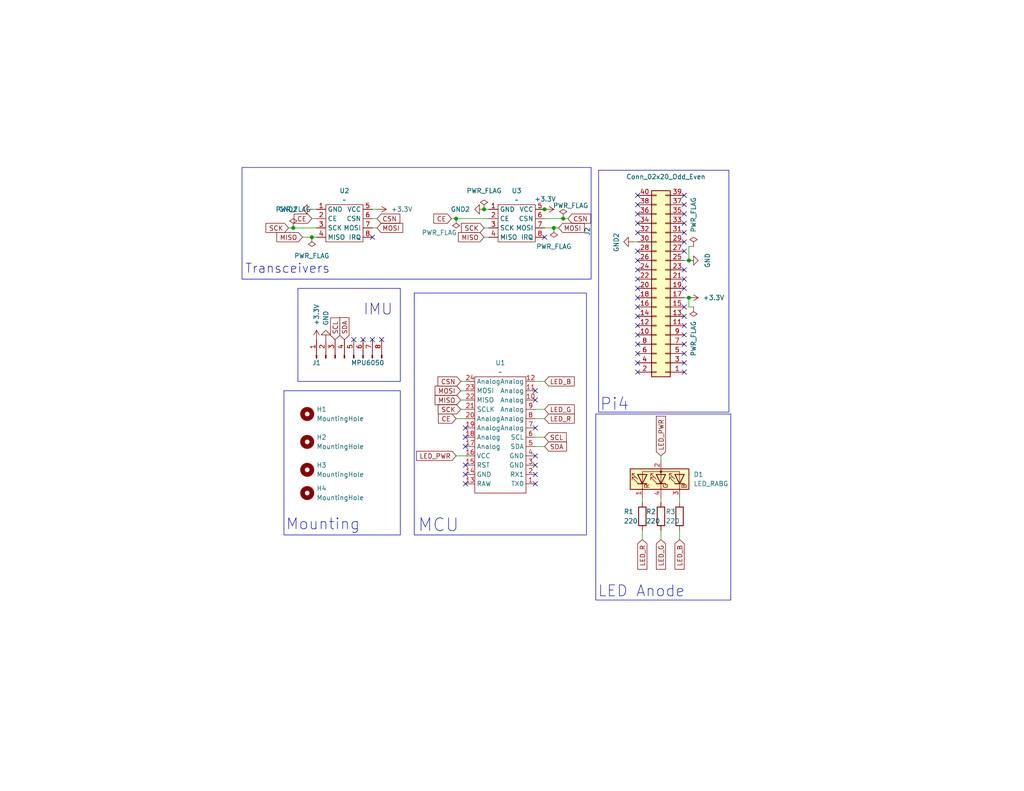
<source format=kicad_sch>
(kicad_sch
	(version 20231120)
	(generator "eeschema")
	(generator_version "8.0")
	(uuid "69d8369a-c5f0-4032-9c80-c71d3162d945")
	(paper "USLetter")
	(title_block
		(title "StringsVR PiHar")
		(date "v2")
		(rev "1")
		(company "StringsVR")
		(comment 1 "https://github.com/StringsVR/StringsVR")
		(comment 2 "PiHat Design For Arduino Circuitry")
	)
	(lib_symbols
		(symbol "Arduino:Pro_Micro"
			(exclude_from_sim no)
			(in_bom yes)
			(on_board yes)
			(property "Reference" "U1"
				(at 29.21 -4.445 90)
				(effects
					(font
						(size 1.27 1.27)
					)
				)
			)
			(property "Value" "~"
				(at 26.67 -4.445 90)
				(effects
					(font
						(size 1.27 1.27)
					)
				)
			)
			(property "Footprint" "Arduino:Pro Micro"
				(at 0 -6.35 0)
				(effects
					(font
						(size 1.27 1.27)
					)
					(hide yes)
				)
			)
			(property "Datasheet" ""
				(at 0 -6.35 0)
				(effects
					(font
						(size 1.27 1.27)
					)
					(hide yes)
				)
			)
			(property "Description" ""
				(at 0 -6.35 0)
				(effects
					(font
						(size 1.27 1.27)
					)
					(hide yes)
				)
			)
			(symbol "Pro_Micro_0_1"
				(rectangle
					(start -6.35 2.54)
					(end 25.4 -11.43)
					(stroke
						(width 0)
						(type default)
					)
					(fill
						(type none)
					)
				)
			)
			(symbol "Pro_Micro_1_1"
				(pin input line
					(at -3.81 -13.97 90)
					(length 2.54)
					(name "TX0"
						(effects
							(font
								(size 1.27 1.27)
							)
						)
					)
					(number "1"
						(effects
							(font
								(size 1.27 1.27)
							)
						)
					)
				)
				(pin input line
					(at 19.05 -13.97 90)
					(length 2.54)
					(name "Analog"
						(effects
							(font
								(size 1.27 1.27)
							)
						)
					)
					(number "10"
						(effects
							(font
								(size 1.27 1.27)
							)
						)
					)
				)
				(pin input line
					(at 21.59 -13.97 90)
					(length 2.54)
					(name "Analog"
						(effects
							(font
								(size 1.27 1.27)
							)
						)
					)
					(number "11"
						(effects
							(font
								(size 1.27 1.27)
							)
						)
					)
				)
				(pin input line
					(at 24.13 -13.97 90)
					(length 2.54)
					(name "Analog"
						(effects
							(font
								(size 1.27 1.27)
							)
						)
					)
					(number "12"
						(effects
							(font
								(size 1.27 1.27)
							)
						)
					)
				)
				(pin input line
					(at -3.81 5.08 270)
					(length 2.54)
					(name "RAW"
						(effects
							(font
								(size 1.27 1.27)
							)
						)
					)
					(number "13"
						(effects
							(font
								(size 1.27 1.27)
							)
						)
					)
				)
				(pin input line
					(at -1.27 5.08 270)
					(length 2.54)
					(name "GND"
						(effects
							(font
								(size 1.27 1.27)
							)
						)
					)
					(number "14"
						(effects
							(font
								(size 1.27 1.27)
							)
						)
					)
				)
				(pin input line
					(at 1.27 5.08 270)
					(length 2.54)
					(name "RST"
						(effects
							(font
								(size 1.27 1.27)
							)
						)
					)
					(number "15"
						(effects
							(font
								(size 1.27 1.27)
							)
						)
					)
				)
				(pin input line
					(at 3.81 5.08 270)
					(length 2.54)
					(name "VCC"
						(effects
							(font
								(size 1.27 1.27)
							)
						)
					)
					(number "16"
						(effects
							(font
								(size 1.27 1.27)
							)
						)
					)
				)
				(pin input line
					(at 6.35 5.08 270)
					(length 2.54)
					(name "Analog"
						(effects
							(font
								(size 1.27 1.27)
							)
						)
					)
					(number "17"
						(effects
							(font
								(size 1.27 1.27)
							)
						)
					)
				)
				(pin input line
					(at 8.89 5.08 270)
					(length 2.54)
					(name "Analog"
						(effects
							(font
								(size 1.27 1.27)
							)
						)
					)
					(number "18"
						(effects
							(font
								(size 1.27 1.27)
							)
						)
					)
				)
				(pin input line
					(at 11.43 5.08 270)
					(length 2.54)
					(name "Analog"
						(effects
							(font
								(size 1.27 1.27)
							)
						)
					)
					(number "19"
						(effects
							(font
								(size 1.27 1.27)
							)
						)
					)
				)
				(pin input line
					(at -1.27 -13.97 90)
					(length 2.54)
					(name "RX1"
						(effects
							(font
								(size 1.27 1.27)
							)
						)
					)
					(number "2"
						(effects
							(font
								(size 1.27 1.27)
							)
						)
					)
				)
				(pin input line
					(at 13.97 5.08 270)
					(length 2.54)
					(name "Analog"
						(effects
							(font
								(size 1.27 1.27)
							)
						)
					)
					(number "20"
						(effects
							(font
								(size 1.27 1.27)
							)
						)
					)
				)
				(pin input line
					(at 16.51 5.08 270)
					(length 2.54)
					(name "SCLK"
						(effects
							(font
								(size 1.27 1.27)
							)
						)
					)
					(number "21"
						(effects
							(font
								(size 1.27 1.27)
							)
						)
					)
				)
				(pin input line
					(at 19.05 5.08 270)
					(length 2.54)
					(name "MISO"
						(effects
							(font
								(size 1.27 1.27)
							)
						)
					)
					(number "22"
						(effects
							(font
								(size 1.27 1.27)
							)
						)
					)
				)
				(pin input line
					(at 21.59 5.08 270)
					(length 2.54)
					(name "MOSI"
						(effects
							(font
								(size 1.27 1.27)
							)
						)
					)
					(number "23"
						(effects
							(font
								(size 1.27 1.27)
							)
						)
					)
				)
				(pin input line
					(at 24.13 5.08 270)
					(length 2.54)
					(name "Analog"
						(effects
							(font
								(size 1.27 1.27)
							)
						)
					)
					(number "24"
						(effects
							(font
								(size 1.27 1.27)
							)
						)
					)
				)
				(pin input line
					(at 1.27 -13.97 90)
					(length 2.54)
					(name "GND"
						(effects
							(font
								(size 1.27 1.27)
							)
						)
					)
					(number "3"
						(effects
							(font
								(size 1.27 1.27)
							)
						)
					)
				)
				(pin input line
					(at 3.81 -13.97 90)
					(length 2.54)
					(name "GND"
						(effects
							(font
								(size 1.27 1.27)
							)
						)
					)
					(number "4"
						(effects
							(font
								(size 1.27 1.27)
							)
						)
					)
				)
				(pin input line
					(at 6.35 -13.97 90)
					(length 2.54)
					(name "SDA"
						(effects
							(font
								(size 1.27 1.27)
							)
						)
					)
					(number "5"
						(effects
							(font
								(size 1.27 1.27)
							)
						)
					)
				)
				(pin input line
					(at 8.89 -13.97 90)
					(length 2.54)
					(name "SCL"
						(effects
							(font
								(size 1.27 1.27)
							)
						)
					)
					(number "6"
						(effects
							(font
								(size 1.27 1.27)
							)
						)
					)
				)
				(pin input line
					(at 11.43 -13.97 90)
					(length 2.54)
					(name "Analog"
						(effects
							(font
								(size 1.27 1.27)
							)
						)
					)
					(number "7"
						(effects
							(font
								(size 1.27 1.27)
							)
						)
					)
				)
				(pin input line
					(at 13.97 -13.97 90)
					(length 2.54)
					(name "Analog"
						(effects
							(font
								(size 1.27 1.27)
							)
						)
					)
					(number "8"
						(effects
							(font
								(size 1.27 1.27)
							)
						)
					)
				)
				(pin input line
					(at 16.51 -13.97 90)
					(length 2.54)
					(name "Analog"
						(effects
							(font
								(size 1.27 1.27)
							)
						)
					)
					(number "9"
						(effects
							(font
								(size 1.27 1.27)
							)
						)
					)
				)
			)
		)
		(symbol "Arduino:nRF24L01"
			(exclude_from_sim no)
			(in_bom yes)
			(on_board yes)
			(property "Reference" "U"
				(at 0 0 0)
				(effects
					(font
						(size 1.27 1.27)
					)
				)
			)
			(property "Value" ""
				(at 0 0 0)
				(effects
					(font
						(size 1.27 1.27)
					)
				)
			)
			(property "Footprint" ""
				(at 0 0 0)
				(effects
					(font
						(size 1.27 1.27)
					)
					(hide yes)
				)
			)
			(property "Datasheet" ""
				(at 0 0 0)
				(effects
					(font
						(size 1.27 1.27)
					)
					(hide yes)
				)
			)
			(property "Description" ""
				(at 0 0 0)
				(effects
					(font
						(size 1.27 1.27)
					)
					(hide yes)
				)
			)
			(symbol "nRF24L01_0_1"
				(rectangle
					(start 10.16 -2.54)
					(end 0 -12.7)
					(stroke
						(width 0)
						(type default)
					)
					(fill
						(type none)
					)
				)
			)
			(symbol "nRF24L01_1_1"
				(pin input line
					(at -2.54 -3.81 0)
					(length 2.54)
					(name "GND"
						(effects
							(font
								(size 1.27 1.27)
							)
						)
					)
					(number "1"
						(effects
							(font
								(size 1.27 1.27)
							)
						)
					)
				)
				(pin input line
					(at -2.54 -6.35 0)
					(length 2.54)
					(name "CE"
						(effects
							(font
								(size 1.27 1.27)
							)
						)
					)
					(number "2"
						(effects
							(font
								(size 1.27 1.27)
							)
						)
					)
				)
				(pin input line
					(at -2.54 -8.89 0)
					(length 2.54)
					(name "SCK"
						(effects
							(font
								(size 1.27 1.27)
							)
						)
					)
					(number "3"
						(effects
							(font
								(size 1.27 1.27)
							)
						)
					)
				)
				(pin input line
					(at -2.54 -11.43 0)
					(length 2.54)
					(name "MISO"
						(effects
							(font
								(size 1.27 1.27)
							)
						)
					)
					(number "4"
						(effects
							(font
								(size 1.27 1.27)
							)
						)
					)
				)
				(pin input line
					(at 12.7 -3.81 180)
					(length 2.54)
					(name "VCC"
						(effects
							(font
								(size 1.27 1.27)
							)
						)
					)
					(number "5"
						(effects
							(font
								(size 1.27 1.27)
							)
						)
					)
				)
				(pin input line
					(at 12.7 -6.35 180)
					(length 2.54)
					(name "CSN"
						(effects
							(font
								(size 1.27 1.27)
							)
						)
					)
					(number "6"
						(effects
							(font
								(size 1.27 1.27)
							)
						)
					)
				)
				(pin input line
					(at 12.7 -8.89 180)
					(length 2.54)
					(name "MOSI"
						(effects
							(font
								(size 1.27 1.27)
							)
						)
					)
					(number "7"
						(effects
							(font
								(size 1.27 1.27)
							)
						)
					)
				)
				(pin input line
					(at 12.7 -11.43 180)
					(length 2.54)
					(name "IRQ"
						(effects
							(font
								(size 1.27 1.27)
							)
						)
					)
					(number "8"
						(effects
							(font
								(size 1.27 1.27)
							)
						)
					)
				)
			)
		)
		(symbol "Connector:Conn_01x08_Pin"
			(pin_names
				(offset 1.016) hide)
			(exclude_from_sim no)
			(in_bom yes)
			(on_board yes)
			(property "Reference" "J"
				(at 0 10.16 0)
				(effects
					(font
						(size 1.27 1.27)
					)
				)
			)
			(property "Value" "Conn_01x08_Pin"
				(at 0 -12.7 0)
				(effects
					(font
						(size 1.27 1.27)
					)
				)
			)
			(property "Footprint" ""
				(at 0 0 0)
				(effects
					(font
						(size 1.27 1.27)
					)
					(hide yes)
				)
			)
			(property "Datasheet" "~"
				(at 0 0 0)
				(effects
					(font
						(size 1.27 1.27)
					)
					(hide yes)
				)
			)
			(property "Description" "Generic connector, single row, 01x08, script generated"
				(at 0 0 0)
				(effects
					(font
						(size 1.27 1.27)
					)
					(hide yes)
				)
			)
			(property "ki_locked" ""
				(at 0 0 0)
				(effects
					(font
						(size 1.27 1.27)
					)
				)
			)
			(property "ki_keywords" "connector"
				(at 0 0 0)
				(effects
					(font
						(size 1.27 1.27)
					)
					(hide yes)
				)
			)
			(property "ki_fp_filters" "Connector*:*_1x??_*"
				(at 0 0 0)
				(effects
					(font
						(size 1.27 1.27)
					)
					(hide yes)
				)
			)
			(symbol "Conn_01x08_Pin_1_1"
				(polyline
					(pts
						(xy 1.27 -10.16) (xy 0.8636 -10.16)
					)
					(stroke
						(width 0.1524)
						(type default)
					)
					(fill
						(type none)
					)
				)
				(polyline
					(pts
						(xy 1.27 -7.62) (xy 0.8636 -7.62)
					)
					(stroke
						(width 0.1524)
						(type default)
					)
					(fill
						(type none)
					)
				)
				(polyline
					(pts
						(xy 1.27 -5.08) (xy 0.8636 -5.08)
					)
					(stroke
						(width 0.1524)
						(type default)
					)
					(fill
						(type none)
					)
				)
				(polyline
					(pts
						(xy 1.27 -2.54) (xy 0.8636 -2.54)
					)
					(stroke
						(width 0.1524)
						(type default)
					)
					(fill
						(type none)
					)
				)
				(polyline
					(pts
						(xy 1.27 0) (xy 0.8636 0)
					)
					(stroke
						(width 0.1524)
						(type default)
					)
					(fill
						(type none)
					)
				)
				(polyline
					(pts
						(xy 1.27 2.54) (xy 0.8636 2.54)
					)
					(stroke
						(width 0.1524)
						(type default)
					)
					(fill
						(type none)
					)
				)
				(polyline
					(pts
						(xy 1.27 5.08) (xy 0.8636 5.08)
					)
					(stroke
						(width 0.1524)
						(type default)
					)
					(fill
						(type none)
					)
				)
				(polyline
					(pts
						(xy 1.27 7.62) (xy 0.8636 7.62)
					)
					(stroke
						(width 0.1524)
						(type default)
					)
					(fill
						(type none)
					)
				)
				(rectangle
					(start 0.8636 -10.033)
					(end 0 -10.287)
					(stroke
						(width 0.1524)
						(type default)
					)
					(fill
						(type outline)
					)
				)
				(rectangle
					(start 0.8636 -7.493)
					(end 0 -7.747)
					(stroke
						(width 0.1524)
						(type default)
					)
					(fill
						(type outline)
					)
				)
				(rectangle
					(start 0.8636 -4.953)
					(end 0 -5.207)
					(stroke
						(width 0.1524)
						(type default)
					)
					(fill
						(type outline)
					)
				)
				(rectangle
					(start 0.8636 -2.413)
					(end 0 -2.667)
					(stroke
						(width 0.1524)
						(type default)
					)
					(fill
						(type outline)
					)
				)
				(rectangle
					(start 0.8636 0.127)
					(end 0 -0.127)
					(stroke
						(width 0.1524)
						(type default)
					)
					(fill
						(type outline)
					)
				)
				(rectangle
					(start 0.8636 2.667)
					(end 0 2.413)
					(stroke
						(width 0.1524)
						(type default)
					)
					(fill
						(type outline)
					)
				)
				(rectangle
					(start 0.8636 5.207)
					(end 0 4.953)
					(stroke
						(width 0.1524)
						(type default)
					)
					(fill
						(type outline)
					)
				)
				(rectangle
					(start 0.8636 7.747)
					(end 0 7.493)
					(stroke
						(width 0.1524)
						(type default)
					)
					(fill
						(type outline)
					)
				)
				(pin passive line
					(at 5.08 7.62 180)
					(length 3.81)
					(name "Pin_1"
						(effects
							(font
								(size 1.27 1.27)
							)
						)
					)
					(number "1"
						(effects
							(font
								(size 1.27 1.27)
							)
						)
					)
				)
				(pin passive line
					(at 5.08 5.08 180)
					(length 3.81)
					(name "Pin_2"
						(effects
							(font
								(size 1.27 1.27)
							)
						)
					)
					(number "2"
						(effects
							(font
								(size 1.27 1.27)
							)
						)
					)
				)
				(pin passive line
					(at 5.08 2.54 180)
					(length 3.81)
					(name "Pin_3"
						(effects
							(font
								(size 1.27 1.27)
							)
						)
					)
					(number "3"
						(effects
							(font
								(size 1.27 1.27)
							)
						)
					)
				)
				(pin passive line
					(at 5.08 0 180)
					(length 3.81)
					(name "Pin_4"
						(effects
							(font
								(size 1.27 1.27)
							)
						)
					)
					(number "4"
						(effects
							(font
								(size 1.27 1.27)
							)
						)
					)
				)
				(pin passive line
					(at 5.08 -2.54 180)
					(length 3.81)
					(name "Pin_5"
						(effects
							(font
								(size 1.27 1.27)
							)
						)
					)
					(number "5"
						(effects
							(font
								(size 1.27 1.27)
							)
						)
					)
				)
				(pin passive line
					(at 5.08 -5.08 180)
					(length 3.81)
					(name "Pin_6"
						(effects
							(font
								(size 1.27 1.27)
							)
						)
					)
					(number "6"
						(effects
							(font
								(size 1.27 1.27)
							)
						)
					)
				)
				(pin passive line
					(at 5.08 -7.62 180)
					(length 3.81)
					(name "Pin_7"
						(effects
							(font
								(size 1.27 1.27)
							)
						)
					)
					(number "7"
						(effects
							(font
								(size 1.27 1.27)
							)
						)
					)
				)
				(pin passive line
					(at 5.08 -10.16 180)
					(length 3.81)
					(name "Pin_8"
						(effects
							(font
								(size 1.27 1.27)
							)
						)
					)
					(number "8"
						(effects
							(font
								(size 1.27 1.27)
							)
						)
					)
				)
			)
		)
		(symbol "Connector_Generic:Conn_02x20_Odd_Even"
			(pin_names
				(offset 1.016) hide)
			(exclude_from_sim no)
			(in_bom yes)
			(on_board yes)
			(property "Reference" "J"
				(at 1.27 25.4 0)
				(effects
					(font
						(size 1.27 1.27)
					)
				)
			)
			(property "Value" "Conn_02x20_Odd_Even"
				(at 1.27 -27.94 0)
				(effects
					(font
						(size 1.27 1.27)
					)
				)
			)
			(property "Footprint" ""
				(at 0 0 0)
				(effects
					(font
						(size 1.27 1.27)
					)
					(hide yes)
				)
			)
			(property "Datasheet" "~"
				(at 0 0 0)
				(effects
					(font
						(size 1.27 1.27)
					)
					(hide yes)
				)
			)
			(property "Description" "Generic connector, double row, 02x20, odd/even pin numbering scheme (row 1 odd numbers, row 2 even numbers), script generated (kicad-library-utils/schlib/autogen/connector/)"
				(at 0 0 0)
				(effects
					(font
						(size 1.27 1.27)
					)
					(hide yes)
				)
			)
			(property "ki_keywords" "connector"
				(at 0 0 0)
				(effects
					(font
						(size 1.27 1.27)
					)
					(hide yes)
				)
			)
			(property "ki_fp_filters" "Connector*:*_2x??_*"
				(at 0 0 0)
				(effects
					(font
						(size 1.27 1.27)
					)
					(hide yes)
				)
			)
			(symbol "Conn_02x20_Odd_Even_1_1"
				(rectangle
					(start -1.27 -25.273)
					(end 0 -25.527)
					(stroke
						(width 0.1524)
						(type default)
					)
					(fill
						(type none)
					)
				)
				(rectangle
					(start -1.27 -22.733)
					(end 0 -22.987)
					(stroke
						(width 0.1524)
						(type default)
					)
					(fill
						(type none)
					)
				)
				(rectangle
					(start -1.27 -20.193)
					(end 0 -20.447)
					(stroke
						(width 0.1524)
						(type default)
					)
					(fill
						(type none)
					)
				)
				(rectangle
					(start -1.27 -17.653)
					(end 0 -17.907)
					(stroke
						(width 0.1524)
						(type default)
					)
					(fill
						(type none)
					)
				)
				(rectangle
					(start -1.27 -15.113)
					(end 0 -15.367)
					(stroke
						(width 0.1524)
						(type default)
					)
					(fill
						(type none)
					)
				)
				(rectangle
					(start -1.27 -12.573)
					(end 0 -12.827)
					(stroke
						(width 0.1524)
						(type default)
					)
					(fill
						(type none)
					)
				)
				(rectangle
					(start -1.27 -10.033)
					(end 0 -10.287)
					(stroke
						(width 0.1524)
						(type default)
					)
					(fill
						(type none)
					)
				)
				(rectangle
					(start -1.27 -7.493)
					(end 0 -7.747)
					(stroke
						(width 0.1524)
						(type default)
					)
					(fill
						(type none)
					)
				)
				(rectangle
					(start -1.27 -4.953)
					(end 0 -5.207)
					(stroke
						(width 0.1524)
						(type default)
					)
					(fill
						(type none)
					)
				)
				(rectangle
					(start -1.27 -2.413)
					(end 0 -2.667)
					(stroke
						(width 0.1524)
						(type default)
					)
					(fill
						(type none)
					)
				)
				(rectangle
					(start -1.27 0.127)
					(end 0 -0.127)
					(stroke
						(width 0.1524)
						(type default)
					)
					(fill
						(type none)
					)
				)
				(rectangle
					(start -1.27 2.667)
					(end 0 2.413)
					(stroke
						(width 0.1524)
						(type default)
					)
					(fill
						(type none)
					)
				)
				(rectangle
					(start -1.27 5.207)
					(end 0 4.953)
					(stroke
						(width 0.1524)
						(type default)
					)
					(fill
						(type none)
					)
				)
				(rectangle
					(start -1.27 7.747)
					(end 0 7.493)
					(stroke
						(width 0.1524)
						(type default)
					)
					(fill
						(type none)
					)
				)
				(rectangle
					(start -1.27 10.287)
					(end 0 10.033)
					(stroke
						(width 0.1524)
						(type default)
					)
					(fill
						(type none)
					)
				)
				(rectangle
					(start -1.27 12.827)
					(end 0 12.573)
					(stroke
						(width 0.1524)
						(type default)
					)
					(fill
						(type none)
					)
				)
				(rectangle
					(start -1.27 15.367)
					(end 0 15.113)
					(stroke
						(width 0.1524)
						(type default)
					)
					(fill
						(type none)
					)
				)
				(rectangle
					(start -1.27 17.907)
					(end 0 17.653)
					(stroke
						(width 0.1524)
						(type default)
					)
					(fill
						(type none)
					)
				)
				(rectangle
					(start -1.27 20.447)
					(end 0 20.193)
					(stroke
						(width 0.1524)
						(type default)
					)
					(fill
						(type none)
					)
				)
				(rectangle
					(start -1.27 22.987)
					(end 0 22.733)
					(stroke
						(width 0.1524)
						(type default)
					)
					(fill
						(type none)
					)
				)
				(rectangle
					(start -1.27 24.13)
					(end 3.81 -26.67)
					(stroke
						(width 0.254)
						(type default)
					)
					(fill
						(type background)
					)
				)
				(rectangle
					(start 3.81 -25.273)
					(end 2.54 -25.527)
					(stroke
						(width 0.1524)
						(type default)
					)
					(fill
						(type none)
					)
				)
				(rectangle
					(start 3.81 -22.733)
					(end 2.54 -22.987)
					(stroke
						(width 0.1524)
						(type default)
					)
					(fill
						(type none)
					)
				)
				(rectangle
					(start 3.81 -20.193)
					(end 2.54 -20.447)
					(stroke
						(width 0.1524)
						(type default)
					)
					(fill
						(type none)
					)
				)
				(rectangle
					(start 3.81 -17.653)
					(end 2.54 -17.907)
					(stroke
						(width 0.1524)
						(type default)
					)
					(fill
						(type none)
					)
				)
				(rectangle
					(start 3.81 -15.113)
					(end 2.54 -15.367)
					(stroke
						(width 0.1524)
						(type default)
					)
					(fill
						(type none)
					)
				)
				(rectangle
					(start 3.81 -12.573)
					(end 2.54 -12.827)
					(stroke
						(width 0.1524)
						(type default)
					)
					(fill
						(type none)
					)
				)
				(rectangle
					(start 3.81 -10.033)
					(end 2.54 -10.287)
					(stroke
						(width 0.1524)
						(type default)
					)
					(fill
						(type none)
					)
				)
				(rectangle
					(start 3.81 -7.493)
					(end 2.54 -7.747)
					(stroke
						(width 0.1524)
						(type default)
					)
					(fill
						(type none)
					)
				)
				(rectangle
					(start 3.81 -4.953)
					(end 2.54 -5.207)
					(stroke
						(width 0.1524)
						(type default)
					)
					(fill
						(type none)
					)
				)
				(rectangle
					(start 3.81 -2.413)
					(end 2.54 -2.667)
					(stroke
						(width 0.1524)
						(type default)
					)
					(fill
						(type none)
					)
				)
				(rectangle
					(start 3.81 0.127)
					(end 2.54 -0.127)
					(stroke
						(width 0.1524)
						(type default)
					)
					(fill
						(type none)
					)
				)
				(rectangle
					(start 3.81 2.667)
					(end 2.54 2.413)
					(stroke
						(width 0.1524)
						(type default)
					)
					(fill
						(type none)
					)
				)
				(rectangle
					(start 3.81 5.207)
					(end 2.54 4.953)
					(stroke
						(width 0.1524)
						(type default)
					)
					(fill
						(type none)
					)
				)
				(rectangle
					(start 3.81 7.747)
					(end 2.54 7.493)
					(stroke
						(width 0.1524)
						(type default)
					)
					(fill
						(type none)
					)
				)
				(rectangle
					(start 3.81 10.287)
					(end 2.54 10.033)
					(stroke
						(width 0.1524)
						(type default)
					)
					(fill
						(type none)
					)
				)
				(rectangle
					(start 3.81 12.827)
					(end 2.54 12.573)
					(stroke
						(width 0.1524)
						(type default)
					)
					(fill
						(type none)
					)
				)
				(rectangle
					(start 3.81 15.367)
					(end 2.54 15.113)
					(stroke
						(width 0.1524)
						(type default)
					)
					(fill
						(type none)
					)
				)
				(rectangle
					(start 3.81 17.907)
					(end 2.54 17.653)
					(stroke
						(width 0.1524)
						(type default)
					)
					(fill
						(type none)
					)
				)
				(rectangle
					(start 3.81 20.447)
					(end 2.54 20.193)
					(stroke
						(width 0.1524)
						(type default)
					)
					(fill
						(type none)
					)
				)
				(rectangle
					(start 3.81 22.987)
					(end 2.54 22.733)
					(stroke
						(width 0.1524)
						(type default)
					)
					(fill
						(type none)
					)
				)
				(pin passive line
					(at -5.08 22.86 0)
					(length 3.81)
					(name "Pin_1"
						(effects
							(font
								(size 1.27 1.27)
							)
						)
					)
					(number "1"
						(effects
							(font
								(size 1.27 1.27)
							)
						)
					)
				)
				(pin passive line
					(at 7.62 12.7 180)
					(length 3.81)
					(name "Pin_10"
						(effects
							(font
								(size 1.27 1.27)
							)
						)
					)
					(number "10"
						(effects
							(font
								(size 1.27 1.27)
							)
						)
					)
				)
				(pin passive line
					(at -5.08 10.16 0)
					(length 3.81)
					(name "Pin_11"
						(effects
							(font
								(size 1.27 1.27)
							)
						)
					)
					(number "11"
						(effects
							(font
								(size 1.27 1.27)
							)
						)
					)
				)
				(pin passive line
					(at 7.62 10.16 180)
					(length 3.81)
					(name "Pin_12"
						(effects
							(font
								(size 1.27 1.27)
							)
						)
					)
					(number "12"
						(effects
							(font
								(size 1.27 1.27)
							)
						)
					)
				)
				(pin passive line
					(at -5.08 7.62 0)
					(length 3.81)
					(name "Pin_13"
						(effects
							(font
								(size 1.27 1.27)
							)
						)
					)
					(number "13"
						(effects
							(font
								(size 1.27 1.27)
							)
						)
					)
				)
				(pin passive line
					(at 7.62 7.62 180)
					(length 3.81)
					(name "Pin_14"
						(effects
							(font
								(size 1.27 1.27)
							)
						)
					)
					(number "14"
						(effects
							(font
								(size 1.27 1.27)
							)
						)
					)
				)
				(pin passive line
					(at -5.08 5.08 0)
					(length 3.81)
					(name "Pin_15"
						(effects
							(font
								(size 1.27 1.27)
							)
						)
					)
					(number "15"
						(effects
							(font
								(size 1.27 1.27)
							)
						)
					)
				)
				(pin passive line
					(at 7.62 5.08 180)
					(length 3.81)
					(name "Pin_16"
						(effects
							(font
								(size 1.27 1.27)
							)
						)
					)
					(number "16"
						(effects
							(font
								(size 1.27 1.27)
							)
						)
					)
				)
				(pin passive line
					(at -5.08 2.54 0)
					(length 3.81)
					(name "Pin_17"
						(effects
							(font
								(size 1.27 1.27)
							)
						)
					)
					(number "17"
						(effects
							(font
								(size 1.27 1.27)
							)
						)
					)
				)
				(pin passive line
					(at 7.62 2.54 180)
					(length 3.81)
					(name "Pin_18"
						(effects
							(font
								(size 1.27 1.27)
							)
						)
					)
					(number "18"
						(effects
							(font
								(size 1.27 1.27)
							)
						)
					)
				)
				(pin passive line
					(at -5.08 0 0)
					(length 3.81)
					(name "Pin_19"
						(effects
							(font
								(size 1.27 1.27)
							)
						)
					)
					(number "19"
						(effects
							(font
								(size 1.27 1.27)
							)
						)
					)
				)
				(pin passive line
					(at 7.62 22.86 180)
					(length 3.81)
					(name "Pin_2"
						(effects
							(font
								(size 1.27 1.27)
							)
						)
					)
					(number "2"
						(effects
							(font
								(size 1.27 1.27)
							)
						)
					)
				)
				(pin passive line
					(at 7.62 0 180)
					(length 3.81)
					(name "Pin_20"
						(effects
							(font
								(size 1.27 1.27)
							)
						)
					)
					(number "20"
						(effects
							(font
								(size 1.27 1.27)
							)
						)
					)
				)
				(pin passive line
					(at -5.08 -2.54 0)
					(length 3.81)
					(name "Pin_21"
						(effects
							(font
								(size 1.27 1.27)
							)
						)
					)
					(number "21"
						(effects
							(font
								(size 1.27 1.27)
							)
						)
					)
				)
				(pin passive line
					(at 7.62 -2.54 180)
					(length 3.81)
					(name "Pin_22"
						(effects
							(font
								(size 1.27 1.27)
							)
						)
					)
					(number "22"
						(effects
							(font
								(size 1.27 1.27)
							)
						)
					)
				)
				(pin passive line
					(at -5.08 -5.08 0)
					(length 3.81)
					(name "Pin_23"
						(effects
							(font
								(size 1.27 1.27)
							)
						)
					)
					(number "23"
						(effects
							(font
								(size 1.27 1.27)
							)
						)
					)
				)
				(pin passive line
					(at 7.62 -5.08 180)
					(length 3.81)
					(name "Pin_24"
						(effects
							(font
								(size 1.27 1.27)
							)
						)
					)
					(number "24"
						(effects
							(font
								(size 1.27 1.27)
							)
						)
					)
				)
				(pin passive line
					(at -5.08 -7.62 0)
					(length 3.81)
					(name "Pin_25"
						(effects
							(font
								(size 1.27 1.27)
							)
						)
					)
					(number "25"
						(effects
							(font
								(size 1.27 1.27)
							)
						)
					)
				)
				(pin passive line
					(at 7.62 -7.62 180)
					(length 3.81)
					(name "Pin_26"
						(effects
							(font
								(size 1.27 1.27)
							)
						)
					)
					(number "26"
						(effects
							(font
								(size 1.27 1.27)
							)
						)
					)
				)
				(pin passive line
					(at -5.08 -10.16 0)
					(length 3.81)
					(name "Pin_27"
						(effects
							(font
								(size 1.27 1.27)
							)
						)
					)
					(number "27"
						(effects
							(font
								(size 1.27 1.27)
							)
						)
					)
				)
				(pin passive line
					(at 7.62 -10.16 180)
					(length 3.81)
					(name "Pin_28"
						(effects
							(font
								(size 1.27 1.27)
							)
						)
					)
					(number "28"
						(effects
							(font
								(size 1.27 1.27)
							)
						)
					)
				)
				(pin passive line
					(at -5.08 -12.7 0)
					(length 3.81)
					(name "Pin_29"
						(effects
							(font
								(size 1.27 1.27)
							)
						)
					)
					(number "29"
						(effects
							(font
								(size 1.27 1.27)
							)
						)
					)
				)
				(pin passive line
					(at -5.08 20.32 0)
					(length 3.81)
					(name "Pin_3"
						(effects
							(font
								(size 1.27 1.27)
							)
						)
					)
					(number "3"
						(effects
							(font
								(size 1.27 1.27)
							)
						)
					)
				)
				(pin passive line
					(at 7.62 -12.7 180)
					(length 3.81)
					(name "Pin_30"
						(effects
							(font
								(size 1.27 1.27)
							)
						)
					)
					(number "30"
						(effects
							(font
								(size 1.27 1.27)
							)
						)
					)
				)
				(pin passive line
					(at -5.08 -15.24 0)
					(length 3.81)
					(name "Pin_31"
						(effects
							(font
								(size 1.27 1.27)
							)
						)
					)
					(number "31"
						(effects
							(font
								(size 1.27 1.27)
							)
						)
					)
				)
				(pin passive line
					(at 7.62 -15.24 180)
					(length 3.81)
					(name "Pin_32"
						(effects
							(font
								(size 1.27 1.27)
							)
						)
					)
					(number "32"
						(effects
							(font
								(size 1.27 1.27)
							)
						)
					)
				)
				(pin passive line
					(at -5.08 -17.78 0)
					(length 3.81)
					(name "Pin_33"
						(effects
							(font
								(size 1.27 1.27)
							)
						)
					)
					(number "33"
						(effects
							(font
								(size 1.27 1.27)
							)
						)
					)
				)
				(pin passive line
					(at 7.62 -17.78 180)
					(length 3.81)
					(name "Pin_34"
						(effects
							(font
								(size 1.27 1.27)
							)
						)
					)
					(number "34"
						(effects
							(font
								(size 1.27 1.27)
							)
						)
					)
				)
				(pin passive line
					(at -5.08 -20.32 0)
					(length 3.81)
					(name "Pin_35"
						(effects
							(font
								(size 1.27 1.27)
							)
						)
					)
					(number "35"
						(effects
							(font
								(size 1.27 1.27)
							)
						)
					)
				)
				(pin passive line
					(at 7.62 -20.32 180)
					(length 3.81)
					(name "Pin_36"
						(effects
							(font
								(size 1.27 1.27)
							)
						)
					)
					(number "36"
						(effects
							(font
								(size 1.27 1.27)
							)
						)
					)
				)
				(pin passive line
					(at -5.08 -22.86 0)
					(length 3.81)
					(name "Pin_37"
						(effects
							(font
								(size 1.27 1.27)
							)
						)
					)
					(number "37"
						(effects
							(font
								(size 1.27 1.27)
							)
						)
					)
				)
				(pin passive line
					(at 7.62 -22.86 180)
					(length 3.81)
					(name "Pin_38"
						(effects
							(font
								(size 1.27 1.27)
							)
						)
					)
					(number "38"
						(effects
							(font
								(size 1.27 1.27)
							)
						)
					)
				)
				(pin passive line
					(at -5.08 -25.4 0)
					(length 3.81)
					(name "Pin_39"
						(effects
							(font
								(size 1.27 1.27)
							)
						)
					)
					(number "39"
						(effects
							(font
								(size 1.27 1.27)
							)
						)
					)
				)
				(pin passive line
					(at 7.62 20.32 180)
					(length 3.81)
					(name "Pin_4"
						(effects
							(font
								(size 1.27 1.27)
							)
						)
					)
					(number "4"
						(effects
							(font
								(size 1.27 1.27)
							)
						)
					)
				)
				(pin passive line
					(at 7.62 -25.4 180)
					(length 3.81)
					(name "Pin_40"
						(effects
							(font
								(size 1.27 1.27)
							)
						)
					)
					(number "40"
						(effects
							(font
								(size 1.27 1.27)
							)
						)
					)
				)
				(pin passive line
					(at -5.08 17.78 0)
					(length 3.81)
					(name "Pin_5"
						(effects
							(font
								(size 1.27 1.27)
							)
						)
					)
					(number "5"
						(effects
							(font
								(size 1.27 1.27)
							)
						)
					)
				)
				(pin passive line
					(at 7.62 17.78 180)
					(length 3.81)
					(name "Pin_6"
						(effects
							(font
								(size 1.27 1.27)
							)
						)
					)
					(number "6"
						(effects
							(font
								(size 1.27 1.27)
							)
						)
					)
				)
				(pin passive line
					(at -5.08 15.24 0)
					(length 3.81)
					(name "Pin_7"
						(effects
							(font
								(size 1.27 1.27)
							)
						)
					)
					(number "7"
						(effects
							(font
								(size 1.27 1.27)
							)
						)
					)
				)
				(pin passive line
					(at 7.62 15.24 180)
					(length 3.81)
					(name "Pin_8"
						(effects
							(font
								(size 1.27 1.27)
							)
						)
					)
					(number "8"
						(effects
							(font
								(size 1.27 1.27)
							)
						)
					)
				)
				(pin passive line
					(at -5.08 12.7 0)
					(length 3.81)
					(name "Pin_9"
						(effects
							(font
								(size 1.27 1.27)
							)
						)
					)
					(number "9"
						(effects
							(font
								(size 1.27 1.27)
							)
						)
					)
				)
			)
		)
		(symbol "Device:LED_RABG"
			(pin_names
				(offset 0) hide)
			(exclude_from_sim no)
			(in_bom yes)
			(on_board yes)
			(property "Reference" "D"
				(at 0 9.398 0)
				(effects
					(font
						(size 1.27 1.27)
					)
				)
			)
			(property "Value" "LED_RABG"
				(at 0 -8.89 0)
				(effects
					(font
						(size 1.27 1.27)
					)
				)
			)
			(property "Footprint" ""
				(at 0 -1.27 0)
				(effects
					(font
						(size 1.27 1.27)
					)
					(hide yes)
				)
			)
			(property "Datasheet" "~"
				(at 0 -1.27 0)
				(effects
					(font
						(size 1.27 1.27)
					)
					(hide yes)
				)
			)
			(property "Description" "RGB LED, red/anode/blue/green"
				(at 0 0 0)
				(effects
					(font
						(size 1.27 1.27)
					)
					(hide yes)
				)
			)
			(property "ki_keywords" "LED RGB diode"
				(at 0 0 0)
				(effects
					(font
						(size 1.27 1.27)
					)
					(hide yes)
				)
			)
			(property "ki_fp_filters" "LED* LED_SMD:* LED_THT:*"
				(at 0 0 0)
				(effects
					(font
						(size 1.27 1.27)
					)
					(hide yes)
				)
			)
			(symbol "LED_RABG_0_0"
				(text "B"
					(at -1.905 -6.35 0)
					(effects
						(font
							(size 1.27 1.27)
						)
					)
				)
				(text "G"
					(at -1.905 -1.27 0)
					(effects
						(font
							(size 1.27 1.27)
						)
					)
				)
				(text "R"
					(at -1.905 3.81 0)
					(effects
						(font
							(size 1.27 1.27)
						)
					)
				)
			)
			(symbol "LED_RABG_0_1"
				(polyline
					(pts
						(xy -1.27 -5.08) (xy -2.54 -5.08)
					)
					(stroke
						(width 0)
						(type default)
					)
					(fill
						(type none)
					)
				)
				(polyline
					(pts
						(xy -1.27 -5.08) (xy 1.27 -5.08)
					)
					(stroke
						(width 0)
						(type default)
					)
					(fill
						(type none)
					)
				)
				(polyline
					(pts
						(xy -1.27 -3.81) (xy -1.27 -6.35)
					)
					(stroke
						(width 0.254)
						(type default)
					)
					(fill
						(type none)
					)
				)
				(polyline
					(pts
						(xy -1.27 0) (xy -2.54 0)
					)
					(stroke
						(width 0)
						(type default)
					)
					(fill
						(type none)
					)
				)
				(polyline
					(pts
						(xy -1.27 1.27) (xy -1.27 -1.27)
					)
					(stroke
						(width 0.254)
						(type default)
					)
					(fill
						(type none)
					)
				)
				(polyline
					(pts
						(xy -1.27 5.08) (xy -2.54 5.08)
					)
					(stroke
						(width 0)
						(type default)
					)
					(fill
						(type none)
					)
				)
				(polyline
					(pts
						(xy -1.27 5.08) (xy 1.27 5.08)
					)
					(stroke
						(width 0)
						(type default)
					)
					(fill
						(type none)
					)
				)
				(polyline
					(pts
						(xy -1.27 6.35) (xy -1.27 3.81)
					)
					(stroke
						(width 0.254)
						(type default)
					)
					(fill
						(type none)
					)
				)
				(polyline
					(pts
						(xy 1.27 0) (xy -1.27 0)
					)
					(stroke
						(width 0)
						(type default)
					)
					(fill
						(type none)
					)
				)
				(polyline
					(pts
						(xy 1.27 0) (xy 2.54 0)
					)
					(stroke
						(width 0)
						(type default)
					)
					(fill
						(type none)
					)
				)
				(polyline
					(pts
						(xy -1.27 1.27) (xy -1.27 -1.27) (xy -1.27 -1.27)
					)
					(stroke
						(width 0)
						(type default)
					)
					(fill
						(type none)
					)
				)
				(polyline
					(pts
						(xy -1.27 6.35) (xy -1.27 3.81) (xy -1.27 3.81)
					)
					(stroke
						(width 0)
						(type default)
					)
					(fill
						(type none)
					)
				)
				(polyline
					(pts
						(xy 1.27 -5.08) (xy 2.032 -5.08) (xy 2.032 5.08) (xy 1.27 5.08)
					)
					(stroke
						(width 0)
						(type default)
					)
					(fill
						(type none)
					)
				)
				(polyline
					(pts
						(xy 1.27 -3.81) (xy 1.27 -6.35) (xy -1.27 -5.08) (xy 1.27 -3.81)
					)
					(stroke
						(width 0.254)
						(type default)
					)
					(fill
						(type none)
					)
				)
				(polyline
					(pts
						(xy 1.27 1.27) (xy 1.27 -1.27) (xy -1.27 0) (xy 1.27 1.27)
					)
					(stroke
						(width 0.254)
						(type default)
					)
					(fill
						(type none)
					)
				)
				(polyline
					(pts
						(xy 1.27 6.35) (xy 1.27 3.81) (xy -1.27 5.08) (xy 1.27 6.35)
					)
					(stroke
						(width 0.254)
						(type default)
					)
					(fill
						(type none)
					)
				)
				(polyline
					(pts
						(xy -1.016 -3.81) (xy 0.508 -2.286) (xy -0.254 -2.286) (xy 0.508 -2.286) (xy 0.508 -3.048)
					)
					(stroke
						(width 0)
						(type default)
					)
					(fill
						(type none)
					)
				)
				(polyline
					(pts
						(xy -1.016 1.27) (xy 0.508 2.794) (xy -0.254 2.794) (xy 0.508 2.794) (xy 0.508 2.032)
					)
					(stroke
						(width 0)
						(type default)
					)
					(fill
						(type none)
					)
				)
				(polyline
					(pts
						(xy -1.016 6.35) (xy 0.508 7.874) (xy -0.254 7.874) (xy 0.508 7.874) (xy 0.508 7.112)
					)
					(stroke
						(width 0)
						(type default)
					)
					(fill
						(type none)
					)
				)
				(polyline
					(pts
						(xy 0 -3.81) (xy 1.524 -2.286) (xy 0.762 -2.286) (xy 1.524 -2.286) (xy 1.524 -3.048)
					)
					(stroke
						(width 0)
						(type default)
					)
					(fill
						(type none)
					)
				)
				(polyline
					(pts
						(xy 0 1.27) (xy 1.524 2.794) (xy 0.762 2.794) (xy 1.524 2.794) (xy 1.524 2.032)
					)
					(stroke
						(width 0)
						(type default)
					)
					(fill
						(type none)
					)
				)
				(polyline
					(pts
						(xy 0 6.35) (xy 1.524 7.874) (xy 0.762 7.874) (xy 1.524 7.874) (xy 1.524 7.112)
					)
					(stroke
						(width 0)
						(type default)
					)
					(fill
						(type none)
					)
				)
				(rectangle
					(start 1.27 -1.27)
					(end 1.27 1.27)
					(stroke
						(width 0)
						(type default)
					)
					(fill
						(type none)
					)
				)
				(rectangle
					(start 1.27 1.27)
					(end 1.27 1.27)
					(stroke
						(width 0)
						(type default)
					)
					(fill
						(type none)
					)
				)
				(rectangle
					(start 1.27 3.81)
					(end 1.27 6.35)
					(stroke
						(width 0)
						(type default)
					)
					(fill
						(type none)
					)
				)
				(rectangle
					(start 1.27 6.35)
					(end 1.27 6.35)
					(stroke
						(width 0)
						(type default)
					)
					(fill
						(type none)
					)
				)
				(circle
					(center 2.032 0)
					(radius 0.254)
					(stroke
						(width 0)
						(type default)
					)
					(fill
						(type outline)
					)
				)
				(rectangle
					(start 2.794 8.382)
					(end -2.794 -7.62)
					(stroke
						(width 0.254)
						(type default)
					)
					(fill
						(type background)
					)
				)
			)
			(symbol "LED_RABG_1_1"
				(pin passive line
					(at -5.08 5.08 0)
					(length 2.54)
					(name "RK"
						(effects
							(font
								(size 1.27 1.27)
							)
						)
					)
					(number "1"
						(effects
							(font
								(size 1.27 1.27)
							)
						)
					)
				)
				(pin passive line
					(at 5.08 0 180)
					(length 2.54)
					(name "A"
						(effects
							(font
								(size 1.27 1.27)
							)
						)
					)
					(number "2"
						(effects
							(font
								(size 1.27 1.27)
							)
						)
					)
				)
				(pin passive line
					(at -5.08 -5.08 0)
					(length 2.54)
					(name "BK"
						(effects
							(font
								(size 1.27 1.27)
							)
						)
					)
					(number "3"
						(effects
							(font
								(size 1.27 1.27)
							)
						)
					)
				)
				(pin passive line
					(at -5.08 0 0)
					(length 2.54)
					(name "GK"
						(effects
							(font
								(size 1.27 1.27)
							)
						)
					)
					(number "4"
						(effects
							(font
								(size 1.27 1.27)
							)
						)
					)
				)
			)
		)
		(symbol "Device:R"
			(pin_numbers hide)
			(pin_names
				(offset 0)
			)
			(exclude_from_sim no)
			(in_bom yes)
			(on_board yes)
			(property "Reference" "R"
				(at 2.032 0 90)
				(effects
					(font
						(size 1.27 1.27)
					)
				)
			)
			(property "Value" "R"
				(at 0 0 90)
				(effects
					(font
						(size 1.27 1.27)
					)
				)
			)
			(property "Footprint" ""
				(at -1.778 0 90)
				(effects
					(font
						(size 1.27 1.27)
					)
					(hide yes)
				)
			)
			(property "Datasheet" "~"
				(at 0 0 0)
				(effects
					(font
						(size 1.27 1.27)
					)
					(hide yes)
				)
			)
			(property "Description" "Resistor"
				(at 0 0 0)
				(effects
					(font
						(size 1.27 1.27)
					)
					(hide yes)
				)
			)
			(property "ki_keywords" "R res resistor"
				(at 0 0 0)
				(effects
					(font
						(size 1.27 1.27)
					)
					(hide yes)
				)
			)
			(property "ki_fp_filters" "R_*"
				(at 0 0 0)
				(effects
					(font
						(size 1.27 1.27)
					)
					(hide yes)
				)
			)
			(symbol "R_0_1"
				(rectangle
					(start -1.016 -2.54)
					(end 1.016 2.54)
					(stroke
						(width 0.254)
						(type default)
					)
					(fill
						(type none)
					)
				)
			)
			(symbol "R_1_1"
				(pin passive line
					(at 0 3.81 270)
					(length 1.27)
					(name "~"
						(effects
							(font
								(size 1.27 1.27)
							)
						)
					)
					(number "1"
						(effects
							(font
								(size 1.27 1.27)
							)
						)
					)
				)
				(pin passive line
					(at 0 -3.81 90)
					(length 1.27)
					(name "~"
						(effects
							(font
								(size 1.27 1.27)
							)
						)
					)
					(number "2"
						(effects
							(font
								(size 1.27 1.27)
							)
						)
					)
				)
			)
		)
		(symbol "Mechanical:MountingHole"
			(pin_names
				(offset 1.016)
			)
			(exclude_from_sim yes)
			(in_bom no)
			(on_board yes)
			(property "Reference" "H"
				(at 0 5.08 0)
				(effects
					(font
						(size 1.27 1.27)
					)
				)
			)
			(property "Value" "MountingHole"
				(at 0 3.175 0)
				(effects
					(font
						(size 1.27 1.27)
					)
				)
			)
			(property "Footprint" ""
				(at 0 0 0)
				(effects
					(font
						(size 1.27 1.27)
					)
					(hide yes)
				)
			)
			(property "Datasheet" "~"
				(at 0 0 0)
				(effects
					(font
						(size 1.27 1.27)
					)
					(hide yes)
				)
			)
			(property "Description" "Mounting Hole without connection"
				(at 0 0 0)
				(effects
					(font
						(size 1.27 1.27)
					)
					(hide yes)
				)
			)
			(property "ki_keywords" "mounting hole"
				(at 0 0 0)
				(effects
					(font
						(size 1.27 1.27)
					)
					(hide yes)
				)
			)
			(property "ki_fp_filters" "MountingHole*"
				(at 0 0 0)
				(effects
					(font
						(size 1.27 1.27)
					)
					(hide yes)
				)
			)
			(symbol "MountingHole_0_1"
				(circle
					(center 0 0)
					(radius 1.27)
					(stroke
						(width 1.27)
						(type default)
					)
					(fill
						(type none)
					)
				)
			)
		)
		(symbol "power:+3.3V"
			(power)
			(pin_names
				(offset 0)
			)
			(exclude_from_sim no)
			(in_bom yes)
			(on_board yes)
			(property "Reference" "#PWR"
				(at 0 -3.81 0)
				(effects
					(font
						(size 1.27 1.27)
					)
					(hide yes)
				)
			)
			(property "Value" "+3.3V"
				(at 0 3.556 0)
				(effects
					(font
						(size 1.27 1.27)
					)
				)
			)
			(property "Footprint" ""
				(at 0 0 0)
				(effects
					(font
						(size 1.27 1.27)
					)
					(hide yes)
				)
			)
			(property "Datasheet" ""
				(at 0 0 0)
				(effects
					(font
						(size 1.27 1.27)
					)
					(hide yes)
				)
			)
			(property "Description" "Power symbol creates a global label with name \"+3.3V\""
				(at 0 0 0)
				(effects
					(font
						(size 1.27 1.27)
					)
					(hide yes)
				)
			)
			(property "ki_keywords" "global power"
				(at 0 0 0)
				(effects
					(font
						(size 1.27 1.27)
					)
					(hide yes)
				)
			)
			(symbol "+3.3V_0_1"
				(polyline
					(pts
						(xy -0.762 1.27) (xy 0 2.54)
					)
					(stroke
						(width 0)
						(type default)
					)
					(fill
						(type none)
					)
				)
				(polyline
					(pts
						(xy 0 0) (xy 0 2.54)
					)
					(stroke
						(width 0)
						(type default)
					)
					(fill
						(type none)
					)
				)
				(polyline
					(pts
						(xy 0 2.54) (xy 0.762 1.27)
					)
					(stroke
						(width 0)
						(type default)
					)
					(fill
						(type none)
					)
				)
			)
			(symbol "+3.3V_1_1"
				(pin power_in line
					(at 0 0 90)
					(length 0) hide
					(name "+3.3V"
						(effects
							(font
								(size 1.27 1.27)
							)
						)
					)
					(number "1"
						(effects
							(font
								(size 1.27 1.27)
							)
						)
					)
				)
			)
		)
		(symbol "power:GND"
			(power)
			(pin_names
				(offset 0)
			)
			(exclude_from_sim no)
			(in_bom yes)
			(on_board yes)
			(property "Reference" "#PWR"
				(at 0 -6.35 0)
				(effects
					(font
						(size 1.27 1.27)
					)
					(hide yes)
				)
			)
			(property "Value" "GND"
				(at 0 -3.81 0)
				(effects
					(font
						(size 1.27 1.27)
					)
				)
			)
			(property "Footprint" ""
				(at 0 0 0)
				(effects
					(font
						(size 1.27 1.27)
					)
					(hide yes)
				)
			)
			(property "Datasheet" ""
				(at 0 0 0)
				(effects
					(font
						(size 1.27 1.27)
					)
					(hide yes)
				)
			)
			(property "Description" "Power symbol creates a global label with name \"GND\" , ground"
				(at 0 0 0)
				(effects
					(font
						(size 1.27 1.27)
					)
					(hide yes)
				)
			)
			(property "ki_keywords" "global power"
				(at 0 0 0)
				(effects
					(font
						(size 1.27 1.27)
					)
					(hide yes)
				)
			)
			(symbol "GND_0_1"
				(polyline
					(pts
						(xy 0 0) (xy 0 -1.27) (xy 1.27 -1.27) (xy 0 -2.54) (xy -1.27 -1.27) (xy 0 -1.27)
					)
					(stroke
						(width 0)
						(type default)
					)
					(fill
						(type none)
					)
				)
			)
			(symbol "GND_1_1"
				(pin power_in line
					(at 0 0 270)
					(length 0) hide
					(name "GND"
						(effects
							(font
								(size 1.27 1.27)
							)
						)
					)
					(number "1"
						(effects
							(font
								(size 1.27 1.27)
							)
						)
					)
				)
			)
		)
		(symbol "power:GND2"
			(power)
			(pin_numbers hide)
			(pin_names
				(offset 0) hide)
			(exclude_from_sim no)
			(in_bom yes)
			(on_board yes)
			(property "Reference" "#PWR"
				(at 0 -6.35 0)
				(effects
					(font
						(size 1.27 1.27)
					)
					(hide yes)
				)
			)
			(property "Value" "GND2"
				(at 0 -3.81 0)
				(effects
					(font
						(size 1.27 1.27)
					)
				)
			)
			(property "Footprint" ""
				(at 0 0 0)
				(effects
					(font
						(size 1.27 1.27)
					)
					(hide yes)
				)
			)
			(property "Datasheet" ""
				(at 0 0 0)
				(effects
					(font
						(size 1.27 1.27)
					)
					(hide yes)
				)
			)
			(property "Description" "Power symbol creates a global label with name \"GND2\" , ground"
				(at 0 0 0)
				(effects
					(font
						(size 1.27 1.27)
					)
					(hide yes)
				)
			)
			(property "ki_keywords" "global power"
				(at 0 0 0)
				(effects
					(font
						(size 1.27 1.27)
					)
					(hide yes)
				)
			)
			(symbol "GND2_0_1"
				(polyline
					(pts
						(xy 0 0) (xy 0 -1.27) (xy 1.27 -1.27) (xy 0 -2.54) (xy -1.27 -1.27) (xy 0 -1.27)
					)
					(stroke
						(width 0)
						(type default)
					)
					(fill
						(type none)
					)
				)
			)
			(symbol "GND2_1_1"
				(pin power_in line
					(at 0 0 270)
					(length 0)
					(name "~"
						(effects
							(font
								(size 1.27 1.27)
							)
						)
					)
					(number "1"
						(effects
							(font
								(size 1.27 1.27)
							)
						)
					)
				)
			)
		)
		(symbol "power:PWR_FLAG"
			(power)
			(pin_numbers hide)
			(pin_names
				(offset 0) hide)
			(exclude_from_sim no)
			(in_bom yes)
			(on_board yes)
			(property "Reference" "#FLG"
				(at 0 1.905 0)
				(effects
					(font
						(size 1.27 1.27)
					)
					(hide yes)
				)
			)
			(property "Value" "PWR_FLAG"
				(at 0 3.81 0)
				(effects
					(font
						(size 1.27 1.27)
					)
				)
			)
			(property "Footprint" ""
				(at 0 0 0)
				(effects
					(font
						(size 1.27 1.27)
					)
					(hide yes)
				)
			)
			(property "Datasheet" "~"
				(at 0 0 0)
				(effects
					(font
						(size 1.27 1.27)
					)
					(hide yes)
				)
			)
			(property "Description" "Special symbol for telling ERC where power comes from"
				(at 0 0 0)
				(effects
					(font
						(size 1.27 1.27)
					)
					(hide yes)
				)
			)
			(property "ki_keywords" "flag power"
				(at 0 0 0)
				(effects
					(font
						(size 1.27 1.27)
					)
					(hide yes)
				)
			)
			(symbol "PWR_FLAG_0_0"
				(pin power_out line
					(at 0 0 90)
					(length 0)
					(name "~"
						(effects
							(font
								(size 1.27 1.27)
							)
						)
					)
					(number "1"
						(effects
							(font
								(size 1.27 1.27)
							)
						)
					)
				)
			)
			(symbol "PWR_FLAG_0_1"
				(polyline
					(pts
						(xy 0 0) (xy 0 1.27) (xy -1.016 1.905) (xy 0 2.54) (xy 1.016 1.905) (xy 0 1.27)
					)
					(stroke
						(width 0)
						(type default)
					)
					(fill
						(type none)
					)
				)
			)
		)
	)
	(junction
		(at 132.08 57.15)
		(diameter 0)
		(color 0 0 0 0)
		(uuid "232587c0-de7d-43e9-b062-62975aa0c553")
	)
	(junction
		(at 148.59 57.15)
		(diameter 0)
		(color 0 0 0 0)
		(uuid "4ca84bd9-ed68-4c87-974e-e08e10011e02")
	)
	(junction
		(at 187.96 71.12)
		(diameter 0)
		(color 0 0 0 0)
		(uuid "4f09ecbd-1588-49b1-b554-5f19e85be1ff")
	)
	(junction
		(at 80.01 62.23)
		(diameter 0)
		(color 0 0 0 0)
		(uuid "575020ce-fd65-442c-8fec-a8fd1a6b52d4")
	)
	(junction
		(at 85.09 64.77)
		(diameter 0)
		(color 0 0 0 0)
		(uuid "6913ab97-cd4b-43c2-8a49-35c26c1dff42")
	)
	(junction
		(at 151.13 62.23)
		(diameter 0)
		(color 0 0 0 0)
		(uuid "81fd7915-e0a2-4acc-91b6-a09bebe0891a")
	)
	(junction
		(at 124.46 59.69)
		(diameter 0)
		(color 0 0 0 0)
		(uuid "8ed25974-aa1c-4ebf-9b0e-7bb390993511")
	)
	(junction
		(at 187.96 81.28)
		(diameter 0)
		(color 0 0 0 0)
		(uuid "c4a15123-121f-4c34-9cba-7931d875fa8b")
	)
	(junction
		(at 153.67 59.69)
		(diameter 0)
		(color 0 0 0 0)
		(uuid "f4604b06-6bb8-4adb-84c2-d18726445f54")
	)
	(no_connect
		(at 101.6 64.77)
		(uuid "0236449e-3651-4406-8902-b8ca11d8b7c5")
	)
	(no_connect
		(at 173.99 91.44)
		(uuid "05949b9a-682b-4df9-bb48-aeda41a42150")
	)
	(no_connect
		(at 186.69 78.74)
		(uuid "073b82d1-99f0-4520-aa26-e454e4eea066")
	)
	(no_connect
		(at 186.69 68.58)
		(uuid "0be5d001-047d-460c-b494-aaf293e0736e")
	)
	(no_connect
		(at 127 129.54)
		(uuid "14599ead-0173-4758-94c0-ca44909bf4c8")
	)
	(no_connect
		(at 173.99 73.66)
		(uuid "151f6be2-aae0-4ca2-a5ce-e46bf5a3f75c")
	)
	(no_connect
		(at 186.69 101.6)
		(uuid "19ecef94-9c3e-4044-95a6-2bcc67876dc4")
	)
	(no_connect
		(at 127 127)
		(uuid "1a263037-8145-4dcd-9bce-704763fc9557")
	)
	(no_connect
		(at 173.99 63.5)
		(uuid "1a4e7016-6dd5-470b-8c51-142aec8a78ee")
	)
	(no_connect
		(at 146.05 106.68)
		(uuid "1b508516-ee81-4012-9aed-14ea285ff4cc")
	)
	(no_connect
		(at 173.99 101.6)
		(uuid "1c3b6e99-6e11-4bfa-acf0-5ddd019df257")
	)
	(no_connect
		(at 96.52 92.71)
		(uuid "242c9575-05f3-4999-bba7-92c7f7f8d1f3")
	)
	(no_connect
		(at 173.99 88.9)
		(uuid "27d30443-da30-431a-8297-a145ce3eaeed")
	)
	(no_connect
		(at 127 116.84)
		(uuid "2d92e473-2078-405e-b8d8-f832288839e8")
	)
	(no_connect
		(at 148.59 64.77)
		(uuid "367e7317-4110-4272-8de3-2668bf8bcf79")
	)
	(no_connect
		(at 99.06 92.71)
		(uuid "378ac1e6-b992-43b6-9377-71c8e76c790f")
	)
	(no_connect
		(at 173.99 71.12)
		(uuid "3c09a38c-0050-4976-96b2-522099a39b04")
	)
	(no_connect
		(at 186.69 83.82)
		(uuid "3d2e56d6-7452-485e-b80a-706b845e6d59")
	)
	(no_connect
		(at 173.99 96.52)
		(uuid "433d4aec-8049-40e1-98a7-ec56b5ae28c6")
	)
	(no_connect
		(at 127 121.92)
		(uuid "4942fdfc-eb18-4447-b130-9e421fea77d0")
	)
	(no_connect
		(at 146.05 109.22)
		(uuid "4d050dfe-93d6-4663-83c3-765c568ecbe3")
	)
	(no_connect
		(at 173.99 53.34)
		(uuid "55d58a20-1f5e-4466-b4fa-66559c2c3d99")
	)
	(no_connect
		(at 173.99 81.28)
		(uuid "5976ff05-8bc9-42b1-bdff-a5925f525e05")
	)
	(no_connect
		(at 146.05 129.54)
		(uuid "5ca89f4b-e917-4f1b-b066-06cfc9db323e")
	)
	(no_connect
		(at 186.69 91.44)
		(uuid "5cf1fae4-a1ad-48b5-8401-91da9114ad1e")
	)
	(no_connect
		(at 186.69 63.5)
		(uuid "5eaf8281-9cdf-4456-92fe-bfab227833b5")
	)
	(no_connect
		(at 146.05 124.46)
		(uuid "63b7313f-668a-407e-9bdd-ea41b43dd002")
	)
	(no_connect
		(at 186.69 86.36)
		(uuid "641d0006-7c51-4a7a-93e5-fd5ed69d6184")
	)
	(no_connect
		(at 146.05 132.08)
		(uuid "6b676ed4-a4b5-42bb-b5e1-d62c1880caf4")
	)
	(no_connect
		(at 173.99 78.74)
		(uuid "7599eb51-f3ab-4a4a-9b7c-b9e3ddbae107")
	)
	(no_connect
		(at 173.99 99.06)
		(uuid "76b29e0c-f6ee-4574-92ca-33f09e00c87a")
	)
	(no_connect
		(at 186.69 88.9)
		(uuid "7ec7e2d6-9c76-463b-aa27-3827a8210baf")
	)
	(no_connect
		(at 173.99 93.98)
		(uuid "85d5ad8e-06d4-4101-8946-be58b8f9e440")
	)
	(no_connect
		(at 186.69 73.66)
		(uuid "8c492dba-0d42-4690-9f20-3c8bc47393a2")
	)
	(no_connect
		(at 173.99 76.2)
		(uuid "8eb4b639-fef5-4484-97f9-052417e306a9")
	)
	(no_connect
		(at 146.05 116.84)
		(uuid "8fdee276-d9b5-48ac-ab02-9bf94331f2a9")
	)
	(no_connect
		(at 127 119.38)
		(uuid "9976dd8a-736a-41ee-aa8d-8d77cd07edaf")
	)
	(no_connect
		(at 173.99 68.58)
		(uuid "a1d12813-be4e-452e-8c33-e46b6d5d9fbf")
	)
	(no_connect
		(at 173.99 83.82)
		(uuid "a3c6b7ad-2d8d-4945-b8f4-adf6bd7d4007")
	)
	(no_connect
		(at 173.99 86.36)
		(uuid "a6d66500-1aef-4028-94a9-ca506e05f55c")
	)
	(no_connect
		(at 186.69 55.88)
		(uuid "aba595c5-de25-411d-b076-453ada262894")
	)
	(no_connect
		(at 186.69 53.34)
		(uuid "b164a7d1-d1a3-47a1-a70e-67958de86ee6")
	)
	(no_connect
		(at 173.99 55.88)
		(uuid "b82f35a1-c333-4684-ab7c-490f17c4bc03")
	)
	(no_connect
		(at 101.6 92.71)
		(uuid "bc6d83f1-8c61-40f7-a2c6-f6e1e74a102b")
	)
	(no_connect
		(at 186.69 66.04)
		(uuid "c08c0c5e-7774-4456-970f-2004b06aaa44")
	)
	(no_connect
		(at 186.69 93.98)
		(uuid "c1fb86d0-1283-4832-b28b-4795ee49b7ca")
	)
	(no_connect
		(at 186.69 96.52)
		(uuid "c9fdac37-50fb-42a6-8b56-42c32dabe172")
	)
	(no_connect
		(at 186.69 99.06)
		(uuid "ca1dc3d4-0971-4882-81b6-722fdc7c6a6e")
	)
	(no_connect
		(at 104.14 92.71)
		(uuid "ce05327d-0a67-4441-b6f6-6a4fd32c5178")
	)
	(no_connect
		(at 186.69 60.96)
		(uuid "d59af681-beb0-4b33-b007-d06ba5a0c533")
	)
	(no_connect
		(at 127 132.08)
		(uuid "d7444d8e-571f-415e-bac0-deaf1b6875df")
	)
	(no_connect
		(at 186.69 58.42)
		(uuid "d8c33c8f-eba2-4090-a691-4349ecf5fc7d")
	)
	(no_connect
		(at 173.99 60.96)
		(uuid "df5f6ec2-3e16-49ad-971d-59e13c5c2114")
	)
	(no_connect
		(at 173.99 58.42)
		(uuid "e82ad3dd-21db-4bc5-a5a5-3b0da9303c1a")
	)
	(no_connect
		(at 146.05 127)
		(uuid "f8bc766d-a755-48ec-94a8-35f7e26fcf51")
	)
	(no_connect
		(at 186.69 76.2)
		(uuid "fdba3703-02f3-4800-926b-4fc16a643655")
	)
	(wire
		(pts
			(xy 101.6 62.23) (xy 102.87 62.23)
		)
		(stroke
			(width 0)
			(type default)
		)
		(uuid "033f0c54-0efe-413e-85f7-668965c17a26")
	)
	(wire
		(pts
			(xy 151.13 62.23) (xy 152.4 62.23)
		)
		(stroke
			(width 0)
			(type default)
		)
		(uuid "08593be9-b050-45d9-8071-e9a835ff773d")
	)
	(wire
		(pts
			(xy 180.34 135.89) (xy 180.34 137.16)
		)
		(stroke
			(width 0)
			(type default)
		)
		(uuid "1323d75d-5934-43e9-abe1-e82b9b1a1d2f")
	)
	(wire
		(pts
			(xy 124.46 114.3) (xy 127 114.3)
		)
		(stroke
			(width 0)
			(type default)
		)
		(uuid "15434cbc-7435-4436-b963-bfb1c8bd571d")
	)
	(wire
		(pts
			(xy 175.26 144.78) (xy 175.26 147.32)
		)
		(stroke
			(width 0)
			(type default)
		)
		(uuid "2403ee72-1836-42aa-811d-35cbf0443bbd")
	)
	(wire
		(pts
			(xy 133.35 57.15) (xy 132.08 57.15)
		)
		(stroke
			(width 0)
			(type default)
		)
		(uuid "241e9448-9c91-4683-adce-f422c97c2d2f")
	)
	(wire
		(pts
			(xy 86.36 57.15) (xy 85.09 57.15)
		)
		(stroke
			(width 0)
			(type default)
		)
		(uuid "2744b396-4945-4898-abea-83e4549832dc")
	)
	(wire
		(pts
			(xy 85.09 64.77) (xy 86.36 64.77)
		)
		(stroke
			(width 0)
			(type default)
		)
		(uuid "2f82c452-b6c5-4534-b050-5c12c054fdf5")
	)
	(wire
		(pts
			(xy 185.42 135.89) (xy 185.42 137.16)
		)
		(stroke
			(width 0)
			(type default)
		)
		(uuid "323e870b-cf21-4e87-922e-65cd905b43f0")
	)
	(wire
		(pts
			(xy 187.96 81.28) (xy 186.69 81.28)
		)
		(stroke
			(width 0)
			(type default)
		)
		(uuid "43d4e8e4-6e75-4754-822c-abbe0698a5bf")
	)
	(wire
		(pts
			(xy 102.87 59.69) (xy 101.6 59.69)
		)
		(stroke
			(width 0)
			(type default)
		)
		(uuid "4c663b22-4308-4946-996d-271228894684")
	)
	(wire
		(pts
			(xy 154.94 59.69) (xy 153.67 59.69)
		)
		(stroke
			(width 0)
			(type default)
		)
		(uuid "4caa7165-d9de-4153-aa8d-ebeda298643c")
	)
	(wire
		(pts
			(xy 123.19 59.69) (xy 124.46 59.69)
		)
		(stroke
			(width 0)
			(type default)
		)
		(uuid "59c4ab66-a817-4bd3-80da-d94b20097b84")
	)
	(wire
		(pts
			(xy 85.09 59.69) (xy 86.36 59.69)
		)
		(stroke
			(width 0)
			(type default)
		)
		(uuid "674035e7-5ccd-4032-94c3-7e8ee54656ad")
	)
	(wire
		(pts
			(xy 125.73 109.22) (xy 127 109.22)
		)
		(stroke
			(width 0)
			(type default)
		)
		(uuid "6a176078-6425-4bc3-8fee-6703f901d8da")
	)
	(wire
		(pts
			(xy 80.01 62.23) (xy 86.36 62.23)
		)
		(stroke
			(width 0)
			(type default)
		)
		(uuid "6d83c5a1-bc5c-4944-b996-052b04cff80b")
	)
	(wire
		(pts
			(xy 78.74 62.23) (xy 80.01 62.23)
		)
		(stroke
			(width 0)
			(type default)
		)
		(uuid "7f66c743-fefd-4ee4-b88e-940f1573971a")
	)
	(wire
		(pts
			(xy 186.69 71.12) (xy 187.96 71.12)
		)
		(stroke
			(width 0)
			(type default)
		)
		(uuid "8752a7b3-2ced-499b-b806-3d39795fb175")
	)
	(wire
		(pts
			(xy 146.05 111.76) (xy 148.59 111.76)
		)
		(stroke
			(width 0)
			(type default)
		)
		(uuid "89fe1e01-0bb5-484f-b8af-bcf85cefe4fa")
	)
	(wire
		(pts
			(xy 125.73 106.68) (xy 127 106.68)
		)
		(stroke
			(width 0)
			(type default)
		)
		(uuid "8af4b8d5-c8b3-4685-8597-5dac0e7cbb19")
	)
	(wire
		(pts
			(xy 146.05 121.92) (xy 148.59 121.92)
		)
		(stroke
			(width 0)
			(type default)
		)
		(uuid "8bff4e49-9db2-48b7-863b-629e7d643b33")
	)
	(wire
		(pts
			(xy 125.73 111.76) (xy 127 111.76)
		)
		(stroke
			(width 0)
			(type default)
		)
		(uuid "8de96461-f819-4b3e-90bc-7b4a90f47124")
	)
	(wire
		(pts
			(xy 180.34 124.46) (xy 180.34 125.73)
		)
		(stroke
			(width 0)
			(type default)
		)
		(uuid "97972738-9094-4942-9e86-acd102447148")
	)
	(wire
		(pts
			(xy 82.55 64.77) (xy 85.09 64.77)
		)
		(stroke
			(width 0)
			(type default)
		)
		(uuid "9b2bc32c-a1a9-4dd0-955b-e56863fa9eeb")
	)
	(wire
		(pts
			(xy 146.05 114.3) (xy 148.59 114.3)
		)
		(stroke
			(width 0)
			(type default)
		)
		(uuid "a63281d8-95a9-4ab6-a86d-d0ad3f95f730")
	)
	(wire
		(pts
			(xy 148.59 62.23) (xy 151.13 62.23)
		)
		(stroke
			(width 0)
			(type default)
		)
		(uuid "a816ab8e-78bd-456d-b5f4-ffaffcb82eb8")
	)
	(wire
		(pts
			(xy 146.05 119.38) (xy 148.59 119.38)
		)
		(stroke
			(width 0)
			(type default)
		)
		(uuid "bebe218f-49f3-427e-8d69-36d1fac967a9")
	)
	(wire
		(pts
			(xy 185.42 144.78) (xy 185.42 147.32)
		)
		(stroke
			(width 0)
			(type default)
		)
		(uuid "d61c624c-6803-4c21-adbf-6801486fe921")
	)
	(wire
		(pts
			(xy 187.96 83.82) (xy 187.96 81.28)
		)
		(stroke
			(width 0)
			(type default)
		)
		(uuid "d6ccf4d7-747c-4340-98e4-a8103b9f1f74")
	)
	(wire
		(pts
			(xy 125.73 104.14) (xy 127 104.14)
		)
		(stroke
			(width 0)
			(type default)
		)
		(uuid "d9a64496-4ed3-461d-83f6-c22be8a7a07e")
	)
	(wire
		(pts
			(xy 124.46 59.69) (xy 133.35 59.69)
		)
		(stroke
			(width 0)
			(type default)
		)
		(uuid "da4d7053-d107-4c59-813e-2fb8456b9466")
	)
	(wire
		(pts
			(xy 175.26 135.89) (xy 175.26 137.16)
		)
		(stroke
			(width 0)
			(type default)
		)
		(uuid "ee06df79-e164-4a0d-a472-3d10ca9481b6")
	)
	(wire
		(pts
			(xy 148.59 57.15) (xy 147.32 57.15)
		)
		(stroke
			(width 0)
			(type default)
		)
		(uuid "f10494ab-f4fa-455f-934b-6fe89c2fb525")
	)
	(wire
		(pts
			(xy 187.96 83.82) (xy 189.23 83.82)
		)
		(stroke
			(width 0)
			(type default)
		)
		(uuid "f2bdc39c-7855-44f3-b3f1-40e8cd7192a4")
	)
	(wire
		(pts
			(xy 180.34 144.78) (xy 180.34 147.32)
		)
		(stroke
			(width 0)
			(type default)
		)
		(uuid "f2d6a89d-c9f2-44ff-a290-032ef1e2c263")
	)
	(wire
		(pts
			(xy 132.08 62.23) (xy 133.35 62.23)
		)
		(stroke
			(width 0)
			(type default)
		)
		(uuid "f45a8a51-2571-47cc-95fb-3c55546755e9")
	)
	(wire
		(pts
			(xy 146.05 104.14) (xy 148.59 104.14)
		)
		(stroke
			(width 0)
			(type default)
		)
		(uuid "f6927bc8-9dca-4555-b22a-779bb4f06b4d")
	)
	(wire
		(pts
			(xy 153.67 59.69) (xy 148.59 59.69)
		)
		(stroke
			(width 0)
			(type default)
		)
		(uuid "f6ebf260-f189-492b-9ecf-b9bb49f4504b")
	)
	(wire
		(pts
			(xy 187.96 71.12) (xy 187.96 67.31)
		)
		(stroke
			(width 0)
			(type default)
		)
		(uuid "f8f3aabb-17eb-4f27-af4d-373292917a82")
	)
	(wire
		(pts
			(xy 187.96 67.31) (xy 189.23 67.31)
		)
		(stroke
			(width 0)
			(type default)
		)
		(uuid "fa0bb70a-0f68-4bc2-9d69-3420db22f7f0")
	)
	(wire
		(pts
			(xy 172.72 66.04) (xy 173.99 66.04)
		)
		(stroke
			(width 0)
			(type default)
		)
		(uuid "fe11ed12-ebe4-4ce6-bad1-06156f4b9933")
	)
	(wire
		(pts
			(xy 102.87 57.15) (xy 101.6 57.15)
		)
		(stroke
			(width 0)
			(type default)
		)
		(uuid "fe7fd4a8-e70d-4f69-88bc-5793989ef01e")
	)
	(wire
		(pts
			(xy 132.08 64.77) (xy 133.35 64.77)
		)
		(stroke
			(width 0)
			(type default)
		)
		(uuid "fffcedf2-03f5-442d-93c4-9476498062ab")
	)
	(wire
		(pts
			(xy 124.46 124.46) (xy 127 124.46)
		)
		(stroke
			(width 0)
			(type default)
		)
		(uuid "ffff9af9-0a24-4646-a069-a44ddb68cec9")
	)
	(rectangle
		(start 113.03 80.01)
		(end 160.02 146.05)
		(stroke
			(width 0)
			(type default)
		)
		(fill
			(type none)
		)
		(uuid 1e29e2d2-9274-4305-a7f5-b14086fc21d1)
	)
	(rectangle
		(start 162.56 113.03)
		(end 199.39 163.83)
		(stroke
			(width 0)
			(type default)
		)
		(fill
			(type none)
		)
		(uuid 294bdac0-42ee-421d-878a-f34bc9655dcb)
	)
	(rectangle
		(start 66.04 45.72)
		(end 161.29 76.2)
		(stroke
			(width 0)
			(type default)
		)
		(fill
			(type none)
		)
		(uuid 80dbc01e-1d12-416f-aa23-effde7735a09)
	)
	(rectangle
		(start 81.28 78.74)
		(end 109.22 104.14)
		(stroke
			(width 0)
			(type default)
		)
		(fill
			(type none)
		)
		(uuid 9e5d0b67-6fc6-407d-a5de-fd0b63076984)
	)
	(rectangle
		(start 163.322 46.482)
		(end 198.882 112.522)
		(stroke
			(width 0)
			(type default)
		)
		(fill
			(type none)
		)
		(uuid a829ff98-f025-4ed1-9eab-75d513415b54)
	)
	(rectangle
		(start 77.47 106.68)
		(end 109.22 146.05)
		(stroke
			(width 0)
			(type default)
		)
		(fill
			(type none)
		)
		(uuid ea91e8c4-099d-4207-aa8c-dabaecc2d28a)
	)
	(text "MCU\n"
		(exclude_from_sim no)
		(at 119.634 143.51 0)
		(effects
			(font
				(size 3.5 3.5)
			)
		)
		(uuid "16fbbd27-7894-43e0-8b4f-b7a23ab05f96")
	)
	(text "Mounting"
		(exclude_from_sim no)
		(at 88.138 143.256 0)
		(effects
			(font
				(size 3 3)
			)
		)
		(uuid "58bb393d-a003-47e5-a68f-691477723c8d")
	)
	(text "Transceivers"
		(exclude_from_sim no)
		(at 66.802 74.93 0)
		(effects
			(font
				(size 2.5 2.5)
			)
			(justify left bottom)
		)
		(uuid "854b5042-1d4c-4dbe-9181-d145bb712695")
	)
	(text "IMU"
		(exclude_from_sim no)
		(at 99.06 86.36 0)
		(effects
			(font
				(size 3 3)
			)
			(justify left bottom)
		)
		(uuid "90a1d4a0-2da2-40d9-ba4c-9b4993c0685a")
	)
	(text "Pi4 \n"
		(exclude_from_sim no)
		(at 168.91 110.49 0)
		(effects
			(font
				(size 3.25 3.25)
			)
		)
		(uuid "ec35791a-542a-4081-92a0-f97101c63c43")
	)
	(text "LED Anode\n"
		(exclude_from_sim no)
		(at 175.006 161.544 0)
		(effects
			(font
				(size 3 3)
			)
		)
		(uuid "ffed80ef-f9c3-4e24-9182-e2d461c4099b")
	)
	(global_label "CSN"
		(shape input)
		(at 154.94 59.69 0)
		(fields_autoplaced yes)
		(effects
			(font
				(size 1.27 1.27)
			)
			(justify left)
		)
		(uuid "02e4d9d4-2a60-4dcf-a977-d3355dd965cf")
		(property "Intersheetrefs" "${INTERSHEET_REFS}"
			(at 161.081 59.69 0)
			(effects
				(font
					(size 1.27 1.27)
				)
				(justify left)
				(hide yes)
			)
		)
	)
	(global_label "MOSI"
		(shape input)
		(at 102.87 62.23 0)
		(fields_autoplaced yes)
		(effects
			(font
				(size 1.27 1.27)
			)
			(justify left)
		)
		(uuid "082a8f2e-17b8-4403-983f-835ced7835a5")
		(property "Intersheetrefs" "${INTERSHEET_REFS}"
			(at 109.7972 62.23 0)
			(effects
				(font
					(size 1.27 1.27)
				)
				(justify left)
				(hide yes)
			)
		)
	)
	(global_label "LED_PWR"
		(shape input)
		(at 124.46 124.46 180)
		(fields_autoplaced yes)
		(effects
			(font
				(size 1.27 1.27)
			)
			(justify right)
		)
		(uuid "0906ea3e-3646-4f32-9e20-2cda0a32b1e0")
		(property "Intersheetrefs" "${INTERSHEET_REFS}"
			(at 113.7229 124.46 0)
			(effects
				(font
					(size 1.27 1.27)
				)
				(justify right)
				(hide yes)
			)
		)
	)
	(global_label "CE"
		(shape input)
		(at 124.46 114.3 180)
		(fields_autoplaced yes)
		(effects
			(font
				(size 1.27 1.27)
			)
			(justify right)
		)
		(uuid "23b74258-3c7e-4867-8918-d88c15fb360b")
		(property "Intersheetrefs" "${INTERSHEET_REFS}"
			(at 119.71 114.3 0)
			(effects
				(font
					(size 1.27 1.27)
				)
				(justify right)
				(hide yes)
			)
		)
	)
	(global_label "SCK"
		(shape input)
		(at 132.08 62.23 180)
		(fields_autoplaced yes)
		(effects
			(font
				(size 1.27 1.27)
			)
			(justify right)
		)
		(uuid "254ce112-9b4b-4696-851f-c71a7e76281d")
		(property "Intersheetrefs" "${INTERSHEET_REFS}"
			(at 125.9995 62.23 0)
			(effects
				(font
					(size 1.27 1.27)
				)
				(justify right)
				(hide yes)
			)
		)
	)
	(global_label "LED_G"
		(shape input)
		(at 148.59 111.76 0)
		(fields_autoplaced yes)
		(effects
			(font
				(size 1.27 1.27)
			)
			(justify left)
		)
		(uuid "268455e9-0d9c-487b-b9a5-46648f755b62")
		(property "Intersheetrefs" "${INTERSHEET_REFS}"
			(at 156.6057 111.76 0)
			(effects
				(font
					(size 1.27 1.27)
				)
				(justify left)
				(hide yes)
			)
		)
	)
	(global_label "MISO"
		(shape input)
		(at 132.08 64.77 180)
		(fields_autoplaced yes)
		(effects
			(font
				(size 1.27 1.27)
			)
			(justify right)
		)
		(uuid "2c544f1a-c121-4efd-81df-ef646ecfa0e8")
		(property "Intersheetrefs" "${INTERSHEET_REFS}"
			(at 125.1528 64.77 0)
			(effects
				(font
					(size 1.27 1.27)
				)
				(justify right)
				(hide yes)
			)
		)
	)
	(global_label "LED_G"
		(shape input)
		(at 180.34 147.32 270)
		(fields_autoplaced yes)
		(effects
			(font
				(size 1.27 1.27)
			)
			(justify right)
		)
		(uuid "2e3ca62f-9fb4-4787-9ba1-fc453f809a3f")
		(property "Intersheetrefs" "${INTERSHEET_REFS}"
			(at 180.34 155.3357 90)
			(effects
				(font
					(size 1.27 1.27)
				)
				(justify right)
				(hide yes)
			)
		)
	)
	(global_label "SCK"
		(shape input)
		(at 125.73 111.76 180)
		(fields_autoplaced yes)
		(effects
			(font
				(size 1.27 1.27)
			)
			(justify right)
		)
		(uuid "3fc5a40c-0504-45de-849b-4be04d47ca8b")
		(property "Intersheetrefs" "${INTERSHEET_REFS}"
			(at 119.6495 111.76 0)
			(effects
				(font
					(size 1.27 1.27)
				)
				(justify right)
				(hide yes)
			)
		)
	)
	(global_label "CE"
		(shape input)
		(at 85.09 59.69 180)
		(fields_autoplaced yes)
		(effects
			(font
				(size 1.27 1.27)
			)
			(justify right)
		)
		(uuid "41c94829-ea25-42b3-84e9-53807749fc88")
		(property "Intersheetrefs" "${INTERSHEET_REFS}"
			(at 80.34 59.69 0)
			(effects
				(font
					(size 1.27 1.27)
				)
				(justify right)
				(hide yes)
			)
		)
	)
	(global_label "MISO"
		(shape input)
		(at 82.55 64.77 180)
		(fields_autoplaced yes)
		(effects
			(font
				(size 1.27 1.27)
			)
			(justify right)
		)
		(uuid "4ae1df5e-32cc-44d6-9007-584f8b2af2b3")
		(property "Intersheetrefs" "${INTERSHEET_REFS}"
			(at 75.6228 64.77 0)
			(effects
				(font
					(size 1.27 1.27)
				)
				(justify right)
				(hide yes)
			)
		)
	)
	(global_label "SDA"
		(shape input)
		(at 93.98 92.71 90)
		(fields_autoplaced yes)
		(effects
			(font
				(size 1.27 1.27)
			)
			(justify left)
		)
		(uuid "643f1927-c577-4c63-83aa-936dd5c08dd2")
		(property "Intersheetrefs" "${INTERSHEET_REFS}"
			(at 93.98 86.1567 90)
			(effects
				(font
					(size 1.27 1.27)
				)
				(justify left)
				(hide yes)
			)
		)
	)
	(global_label "MOSI"
		(shape input)
		(at 125.73 106.68 180)
		(fields_autoplaced yes)
		(effects
			(font
				(size 1.27 1.27)
			)
			(justify right)
		)
		(uuid "75d84bda-be86-4c13-b88e-6b49c4c116ed")
		(property "Intersheetrefs" "${INTERSHEET_REFS}"
			(at 118.8028 106.68 0)
			(effects
				(font
					(size 1.27 1.27)
				)
				(justify right)
				(hide yes)
			)
		)
	)
	(global_label "LED_R"
		(shape input)
		(at 175.26 147.32 270)
		(fields_autoplaced yes)
		(effects
			(font
				(size 1.27 1.27)
			)
			(justify right)
		)
		(uuid "7786fa01-952f-40a6-9428-ba39652a1a10")
		(property "Intersheetrefs" "${INTERSHEET_REFS}"
			(at 175.26 155.3357 90)
			(effects
				(font
					(size 1.27 1.27)
				)
				(justify right)
				(hide yes)
			)
		)
	)
	(global_label "LED_B"
		(shape input)
		(at 185.42 147.32 270)
		(fields_autoplaced yes)
		(effects
			(font
				(size 1.27 1.27)
			)
			(justify right)
		)
		(uuid "7a190e5b-de57-4464-81b3-3904d5b4c053")
		(property "Intersheetrefs" "${INTERSHEET_REFS}"
			(at 185.42 155.3357 90)
			(effects
				(font
					(size 1.27 1.27)
				)
				(justify right)
				(hide yes)
			)
		)
	)
	(global_label "CSN"
		(shape input)
		(at 125.73 104.14 180)
		(fields_autoplaced yes)
		(effects
			(font
				(size 1.27 1.27)
			)
			(justify right)
		)
		(uuid "988c04dd-a2ce-4f6e-af09-a99093eac550")
		(property "Intersheetrefs" "${INTERSHEET_REFS}"
			(at 119.589 104.14 0)
			(effects
				(font
					(size 1.27 1.27)
				)
				(justify right)
				(hide yes)
			)
		)
	)
	(global_label "SCK"
		(shape input)
		(at 78.74 62.23 180)
		(fields_autoplaced yes)
		(effects
			(font
				(size 1.27 1.27)
			)
			(justify right)
		)
		(uuid "9ef31989-1f98-4154-8bd7-a70e237d8978")
		(property "Intersheetrefs" "${INTERSHEET_REFS}"
			(at 72.6595 62.23 0)
			(effects
				(font
					(size 1.27 1.27)
				)
				(justify right)
				(hide yes)
			)
		)
	)
	(global_label "SDA"
		(shape input)
		(at 148.59 121.92 0)
		(fields_autoplaced yes)
		(effects
			(font
				(size 1.27 1.27)
			)
			(justify left)
		)
		(uuid "a82b0eaf-630a-435c-a7e2-4a1ae6772123")
		(property "Intersheetrefs" "${INTERSHEET_REFS}"
			(at 154.4891 121.92 0)
			(effects
				(font
					(size 1.27 1.27)
				)
				(justify left)
				(hide yes)
			)
		)
	)
	(global_label "CSN"
		(shape input)
		(at 102.87 59.69 0)
		(fields_autoplaced yes)
		(effects
			(font
				(size 1.27 1.27)
			)
			(justify left)
		)
		(uuid "b2c2ba73-310f-4bc2-a91e-a79f178f86a9")
		(property "Intersheetrefs" "${INTERSHEET_REFS}"
			(at 109.011 59.69 0)
			(effects
				(font
					(size 1.27 1.27)
				)
				(justify left)
				(hide yes)
			)
		)
	)
	(global_label "SCL"
		(shape input)
		(at 148.59 119.38 0)
		(fields_autoplaced yes)
		(effects
			(font
				(size 1.27 1.27)
			)
			(justify left)
		)
		(uuid "b9f98e19-77d1-422a-811b-593c071cbd82")
		(property "Intersheetrefs" "${INTERSHEET_REFS}"
			(at 154.4286 119.38 0)
			(effects
				(font
					(size 1.27 1.27)
				)
				(justify left)
				(hide yes)
			)
		)
	)
	(global_label "MOSI"
		(shape input)
		(at 152.4 62.23 0)
		(fields_autoplaced yes)
		(effects
			(font
				(size 1.27 1.27)
			)
			(justify left)
		)
		(uuid "bb1ff020-3c92-4fac-bf20-c41084a01e66")
		(property "Intersheetrefs" "${INTERSHEET_REFS}"
			(at 159.3272 62.23 0)
			(effects
				(font
					(size 1.27 1.27)
				)
				(justify left)
				(hide yes)
			)
		)
	)
	(global_label "LED_PWR"
		(shape input)
		(at 180.34 124.46 90)
		(fields_autoplaced yes)
		(effects
			(font
				(size 1.27 1.27)
			)
			(justify left)
		)
		(uuid "df0cd919-20f7-4d42-b97c-683b7d6f9597")
		(property "Intersheetrefs" "${INTERSHEET_REFS}"
			(at 180.34 113.7229 90)
			(effects
				(font
					(size 1.27 1.27)
				)
				(justify left)
				(hide yes)
			)
		)
	)
	(global_label "LED_B"
		(shape input)
		(at 148.59 104.14 0)
		(fields_autoplaced yes)
		(effects
			(font
				(size 1.27 1.27)
			)
			(justify left)
		)
		(uuid "e25a2853-68e3-4338-84aa-abc20679cdc2")
		(property "Intersheetrefs" "${INTERSHEET_REFS}"
			(at 156.6057 104.14 0)
			(effects
				(font
					(size 1.27 1.27)
				)
				(justify left)
				(hide yes)
			)
		)
	)
	(global_label "SCL"
		(shape input)
		(at 91.44 92.71 90)
		(fields_autoplaced yes)
		(effects
			(font
				(size 1.27 1.27)
			)
			(justify left)
		)
		(uuid "f3bcd6da-8ec1-4108-8f20-d58d1ba56f6d")
		(property "Intersheetrefs" "${INTERSHEET_REFS}"
			(at 91.44 86.2172 90)
			(effects
				(font
					(size 1.27 1.27)
				)
				(justify left)
				(hide yes)
			)
		)
	)
	(global_label "MISO"
		(shape input)
		(at 125.73 109.22 180)
		(fields_autoplaced yes)
		(effects
			(font
				(size 1.27 1.27)
			)
			(justify right)
		)
		(uuid "f8679cc3-4c58-4fb8-90c3-264adba91d7a")
		(property "Intersheetrefs" "${INTERSHEET_REFS}"
			(at 118.8028 109.22 0)
			(effects
				(font
					(size 1.27 1.27)
				)
				(justify right)
				(hide yes)
			)
		)
	)
	(global_label "CE"
		(shape input)
		(at 123.19 59.69 180)
		(fields_autoplaced yes)
		(effects
			(font
				(size 1.27 1.27)
			)
			(justify right)
		)
		(uuid "f91fcd0e-7c0f-41cb-9748-b70bc2ae05ab")
		(property "Intersheetrefs" "${INTERSHEET_REFS}"
			(at 118.44 59.69 0)
			(effects
				(font
					(size 1.27 1.27)
				)
				(justify right)
				(hide yes)
			)
		)
	)
	(global_label "LED_R"
		(shape input)
		(at 148.59 114.3 0)
		(fields_autoplaced yes)
		(effects
			(font
				(size 1.27 1.27)
			)
			(justify left)
		)
		(uuid "fe36409a-4ec1-45c7-b0df-4dc4048deadf")
		(property "Intersheetrefs" "${INTERSHEET_REFS}"
			(at 156.6057 114.3 0)
			(effects
				(font
					(size 1.27 1.27)
				)
				(justify left)
				(hide yes)
			)
		)
	)
	(symbol
		(lib_id "Mechanical:MountingHole")
		(at 83.82 113.03 0)
		(unit 1)
		(exclude_from_sim yes)
		(in_bom no)
		(on_board yes)
		(dnp no)
		(fields_autoplaced yes)
		(uuid "0f09555c-869f-46ae-aac0-084d5329f2c6")
		(property "Reference" "H1"
			(at 86.36 111.7599 0)
			(effects
				(font
					(size 1.27 1.27)
				)
				(justify left)
			)
		)
		(property "Value" "MountingHole"
			(at 86.36 114.2999 0)
			(effects
				(font
					(size 1.27 1.27)
				)
				(justify left)
			)
		)
		(property "Footprint" "MountingHole:MountingHole_2.7mm"
			(at 83.82 113.03 0)
			(effects
				(font
					(size 1.27 1.27)
				)
				(hide yes)
			)
		)
		(property "Datasheet" "~"
			(at 83.82 113.03 0)
			(effects
				(font
					(size 1.27 1.27)
				)
				(hide yes)
			)
		)
		(property "Description" "Mounting Hole without connection"
			(at 83.82 113.03 0)
			(effects
				(font
					(size 1.27 1.27)
				)
				(hide yes)
			)
		)
		(instances
			(project "StringsVR-PiHat"
				(path "/69d8369a-c5f0-4032-9c80-c71d3162d945"
					(reference "H1")
					(unit 1)
				)
			)
		)
	)
	(symbol
		(lib_id "power:PWR_FLAG")
		(at 151.13 62.23 180)
		(unit 1)
		(exclude_from_sim no)
		(in_bom yes)
		(on_board yes)
		(dnp no)
		(fields_autoplaced yes)
		(uuid "21a11e68-222a-4eff-afb2-dd2ed71674d2")
		(property "Reference" "#FLG05"
			(at 151.13 64.135 0)
			(effects
				(font
					(size 1.27 1.27)
				)
				(hide yes)
			)
		)
		(property "Value" "PWR_FLAG"
			(at 151.13 67.31 0)
			(effects
				(font
					(size 1.27 1.27)
				)
			)
		)
		(property "Footprint" ""
			(at 151.13 62.23 0)
			(effects
				(font
					(size 1.27 1.27)
				)
				(hide yes)
			)
		)
		(property "Datasheet" "~"
			(at 151.13 62.23 0)
			(effects
				(font
					(size 1.27 1.27)
				)
				(hide yes)
			)
		)
		(property "Description" "Special symbol for telling ERC where power comes from"
			(at 151.13 62.23 0)
			(effects
				(font
					(size 1.27 1.27)
				)
				(hide yes)
			)
		)
		(pin "1"
			(uuid "1b0ce932-d36c-4f6d-acf9-12ecde19fe3d")
		)
		(instances
			(project "StringsVR-PiHat"
				(path "/69d8369a-c5f0-4032-9c80-c71d3162d945"
					(reference "#FLG05")
					(unit 1)
				)
			)
		)
	)
	(symbol
		(lib_id "Mechanical:MountingHole")
		(at 83.82 128.27 0)
		(unit 1)
		(exclude_from_sim yes)
		(in_bom no)
		(on_board yes)
		(dnp no)
		(fields_autoplaced yes)
		(uuid "2c0d5457-118e-4e8d-a884-b754b4459f21")
		(property "Reference" "H3"
			(at 86.36 126.9999 0)
			(effects
				(font
					(size 1.27 1.27)
				)
				(justify left)
			)
		)
		(property "Value" "MountingHole"
			(at 86.36 129.5399 0)
			(effects
				(font
					(size 1.27 1.27)
				)
				(justify left)
			)
		)
		(property "Footprint" "MountingHole:MountingHole_2.7mm"
			(at 83.82 128.27 0)
			(effects
				(font
					(size 1.27 1.27)
				)
				(hide yes)
			)
		)
		(property "Datasheet" "~"
			(at 83.82 128.27 0)
			(effects
				(font
					(size 1.27 1.27)
				)
				(hide yes)
			)
		)
		(property "Description" "Mounting Hole without connection"
			(at 83.82 128.27 0)
			(effects
				(font
					(size 1.27 1.27)
				)
				(hide yes)
			)
		)
		(instances
			(project "StringsVR-PiHat"
				(path "/69d8369a-c5f0-4032-9c80-c71d3162d945"
					(reference "H3")
					(unit 1)
				)
			)
		)
	)
	(symbol
		(lib_id "Arduino:nRF24L01")
		(at 135.89 53.34 0)
		(unit 1)
		(exclude_from_sim no)
		(in_bom yes)
		(on_board yes)
		(dnp no)
		(fields_autoplaced yes)
		(uuid "32e5c523-1c01-4d18-b249-4d94f9b28564")
		(property "Reference" "U3"
			(at 140.97 52.07 0)
			(effects
				(font
					(size 1.27 1.27)
				)
			)
		)
		(property "Value" "~"
			(at 140.97 54.61 0)
			(effects
				(font
					(size 1.27 1.27)
				)
			)
		)
		(property "Footprint" "Arduino:nRF24L01"
			(at 135.89 53.34 0)
			(effects
				(font
					(size 1.27 1.27)
				)
				(hide yes)
			)
		)
		(property "Datasheet" ""
			(at 135.89 53.34 0)
			(effects
				(font
					(size 1.27 1.27)
				)
				(hide yes)
			)
		)
		(property "Description" ""
			(at 135.89 53.34 0)
			(effects
				(font
					(size 1.27 1.27)
				)
				(hide yes)
			)
		)
		(pin "5"
			(uuid "6882f71a-478a-40e6-8a39-447e6e3cd7c1")
		)
		(pin "4"
			(uuid "e7c6059c-72ae-4909-b94e-f6c0b0cb8f32")
		)
		(pin "3"
			(uuid "62752f42-66d9-4ca6-adaa-ca395b4a66fc")
		)
		(pin "7"
			(uuid "87eee975-71b3-4b18-b51a-52ba987cfe9b")
		)
		(pin "2"
			(uuid "b7c1148d-93f6-4433-a150-0db6b28e889f")
		)
		(pin "8"
			(uuid "f30dfdb2-7103-471f-87bb-c2aa315382e4")
		)
		(pin "6"
			(uuid "03767563-92a4-47ea-bb82-795a932391a5")
		)
		(pin "1"
			(uuid "b0a28abb-45b3-490d-9ca6-7edbfcfbace1")
		)
		(instances
			(project "StringsVR-PiHat"
				(path "/69d8369a-c5f0-4032-9c80-c71d3162d945"
					(reference "U3")
					(unit 1)
				)
			)
		)
	)
	(symbol
		(lib_id "power:GND2")
		(at 172.72 66.04 270)
		(unit 1)
		(exclude_from_sim no)
		(in_bom yes)
		(on_board yes)
		(dnp no)
		(uuid "384d9a36-187b-4cc1-a444-1c5a8be5b563")
		(property "Reference" "#PWR04"
			(at 166.37 66.04 0)
			(effects
				(font
					(size 1.27 1.27)
				)
				(hide yes)
			)
		)
		(property "Value" "GND2"
			(at 168.148 68.834 0)
			(effects
				(font
					(size 1.27 1.27)
				)
				(justify right)
			)
		)
		(property "Footprint" ""
			(at 172.72 66.04 0)
			(effects
				(font
					(size 1.27 1.27)
				)
				(hide yes)
			)
		)
		(property "Datasheet" ""
			(at 172.72 66.04 0)
			(effects
				(font
					(size 1.27 1.27)
				)
				(hide yes)
			)
		)
		(property "Description" "Power symbol creates a global label with name \"GND2\" , ground"
			(at 172.72 66.04 0)
			(effects
				(font
					(size 1.27 1.27)
				)
				(hide yes)
			)
		)
		(pin "1"
			(uuid "c7e5f3f0-8ac9-4407-a089-65c3956f3c03")
		)
		(instances
			(project "StringsVR-PiHat"
				(path "/69d8369a-c5f0-4032-9c80-c71d3162d945"
					(reference "#PWR04")
					(unit 1)
				)
			)
		)
	)
	(symbol
		(lib_id "Device:R")
		(at 185.42 140.97 0)
		(unit 1)
		(exclude_from_sim no)
		(in_bom yes)
		(on_board yes)
		(dnp no)
		(uuid "42b59a6c-e1dc-4f5b-9df3-9331a889ca78")
		(property "Reference" "R3"
			(at 181.61 139.7 0)
			(effects
				(font
					(size 1.27 1.27)
				)
				(justify left)
			)
		)
		(property "Value" "220"
			(at 181.61 142.24 0)
			(effects
				(font
					(size 1.27 1.27)
				)
				(justify left)
			)
		)
		(property "Footprint" "Resistor_SMD:R_0603_1608Metric"
			(at 183.642 140.97 90)
			(effects
				(font
					(size 1.27 1.27)
				)
				(hide yes)
			)
		)
		(property "Datasheet" "~"
			(at 185.42 140.97 0)
			(effects
				(font
					(size 1.27 1.27)
				)
				(hide yes)
			)
		)
		(property "Description" "Resistor"
			(at 185.42 140.97 0)
			(effects
				(font
					(size 1.27 1.27)
				)
				(hide yes)
			)
		)
		(pin "2"
			(uuid "5ead06ed-bdc4-4c45-9ab3-6fae222fa30a")
		)
		(pin "1"
			(uuid "18fe4acc-41e9-4677-9d25-7d6bda18018b")
		)
		(instances
			(project "StringsVR-PiHat"
				(path "/69d8369a-c5f0-4032-9c80-c71d3162d945"
					(reference "R3")
					(unit 1)
				)
			)
		)
	)
	(symbol
		(lib_id "power:GND2")
		(at 132.08 57.15 270)
		(unit 1)
		(exclude_from_sim no)
		(in_bom yes)
		(on_board yes)
		(dnp no)
		(fields_autoplaced yes)
		(uuid "4bd537ef-055e-4e36-9c55-69d4d03b66a3")
		(property "Reference" "#PWR05"
			(at 125.73 57.15 0)
			(effects
				(font
					(size 1.27 1.27)
				)
				(hide yes)
			)
		)
		(property "Value" "GND2"
			(at 128.27 57.1501 90)
			(effects
				(font
					(size 1.27 1.27)
				)
				(justify right)
			)
		)
		(property "Footprint" ""
			(at 132.08 57.15 0)
			(effects
				(font
					(size 1.27 1.27)
				)
				(hide yes)
			)
		)
		(property "Datasheet" ""
			(at 132.08 57.15 0)
			(effects
				(font
					(size 1.27 1.27)
				)
				(hide yes)
			)
		)
		(property "Description" "Power symbol creates a global label with name \"GND2\" , ground"
			(at 132.08 57.15 0)
			(effects
				(font
					(size 1.27 1.27)
				)
				(hide yes)
			)
		)
		(pin "1"
			(uuid "75dbe978-f9a5-48d7-a582-87b13e064a5b")
		)
		(instances
			(project "StringsVR-PiHat"
				(path "/69d8369a-c5f0-4032-9c80-c71d3162d945"
					(reference "#PWR05")
					(unit 1)
				)
			)
		)
	)
	(symbol
		(lib_id "Device:LED_RABG")
		(at 180.34 130.81 90)
		(unit 1)
		(exclude_from_sim no)
		(in_bom yes)
		(on_board yes)
		(dnp no)
		(fields_autoplaced yes)
		(uuid "52e7a6cd-78da-4117-9ed6-239798e1de7e")
		(property "Reference" "D1"
			(at 189.23 129.5399 90)
			(effects
				(font
					(size 1.27 1.27)
				)
				(justify right)
			)
		)
		(property "Value" "LED_RABG"
			(at 189.23 132.0799 90)
			(effects
				(font
					(size 1.27 1.27)
				)
				(justify right)
			)
		)
		(property "Footprint" "LED_THT:LED_D5.0mm-4_RGB"
			(at 181.61 130.81 0)
			(effects
				(font
					(size 1.27 1.27)
				)
				(hide yes)
			)
		)
		(property "Datasheet" "~"
			(at 181.61 130.81 0)
			(effects
				(font
					(size 1.27 1.27)
				)
				(hide yes)
			)
		)
		(property "Description" "RGB LED, red/anode/blue/green"
			(at 180.34 130.81 0)
			(effects
				(font
					(size 1.27 1.27)
				)
				(hide yes)
			)
		)
		(pin "4"
			(uuid "87e8f0b5-df0e-4d16-bd5c-05c71aa772b7")
		)
		(pin "1"
			(uuid "6ab831a6-45e0-4d9b-baf7-bc6bd378184d")
		)
		(pin "2"
			(uuid "bbd40cdb-40b6-430c-885d-71722d4dc1d8")
		)
		(pin "3"
			(uuid "846837ca-4cf2-4945-a2bc-e1e083da3fb0")
		)
		(instances
			(project "StringsVR-PiHat"
				(path "/69d8369a-c5f0-4032-9c80-c71d3162d945"
					(reference "D1")
					(unit 1)
				)
			)
		)
	)
	(symbol
		(lib_id "Device:R")
		(at 180.34 140.97 0)
		(unit 1)
		(exclude_from_sim no)
		(in_bom yes)
		(on_board yes)
		(dnp no)
		(uuid "5c35ea9c-6dc1-43c1-b7af-38b3a3579810")
		(property "Reference" "R2"
			(at 176.276 139.7 0)
			(effects
				(font
					(size 1.27 1.27)
				)
				(justify left)
			)
		)
		(property "Value" "220"
			(at 176.276 142.24 0)
			(effects
				(font
					(size 1.27 1.27)
				)
				(justify left)
			)
		)
		(property "Footprint" "Resistor_SMD:R_0603_1608Metric"
			(at 178.562 140.97 90)
			(effects
				(font
					(size 1.27 1.27)
				)
				(hide yes)
			)
		)
		(property "Datasheet" "~"
			(at 180.34 140.97 0)
			(effects
				(font
					(size 1.27 1.27)
				)
				(hide yes)
			)
		)
		(property "Description" "Resistor"
			(at 180.34 140.97 0)
			(effects
				(font
					(size 1.27 1.27)
				)
				(hide yes)
			)
		)
		(pin "2"
			(uuid "287da1c6-b657-465e-9fd7-5a31346cc186")
		)
		(pin "1"
			(uuid "c902b1df-b407-455e-b693-24d6691f210a")
		)
		(instances
			(project "StringsVR-PiHat"
				(path "/69d8369a-c5f0-4032-9c80-c71d3162d945"
					(reference "R2")
					(unit 1)
				)
			)
		)
	)
	(symbol
		(lib_id "power:PWR_FLAG")
		(at 132.08 57.15 0)
		(unit 1)
		(exclude_from_sim no)
		(in_bom yes)
		(on_board yes)
		(dnp no)
		(fields_autoplaced yes)
		(uuid "6de1b20d-0704-4923-91da-aa132c664ef5")
		(property "Reference" "#FLG07"
			(at 132.08 55.245 0)
			(effects
				(font
					(size 1.27 1.27)
				)
				(hide yes)
			)
		)
		(property "Value" "PWR_FLAG"
			(at 132.08 52.07 0)
			(effects
				(font
					(size 1.27 1.27)
				)
			)
		)
		(property "Footprint" ""
			(at 132.08 57.15 0)
			(effects
				(font
					(size 1.27 1.27)
				)
				(hide yes)
			)
		)
		(property "Datasheet" "~"
			(at 132.08 57.15 0)
			(effects
				(font
					(size 1.27 1.27)
				)
				(hide yes)
			)
		)
		(property "Description" "Special symbol for telling ERC where power comes from"
			(at 132.08 57.15 0)
			(effects
				(font
					(size 1.27 1.27)
				)
				(hide yes)
			)
		)
		(pin "1"
			(uuid "ca0c94a4-271b-449e-b81e-84e9993613a3")
		)
		(instances
			(project "StringsVR-PiHat"
				(path "/69d8369a-c5f0-4032-9c80-c71d3162d945"
					(reference "#FLG07")
					(unit 1)
				)
			)
		)
	)
	(symbol
		(lib_id "power:PWR_FLAG")
		(at 85.09 64.77 180)
		(unit 1)
		(exclude_from_sim no)
		(in_bom yes)
		(on_board yes)
		(dnp no)
		(fields_autoplaced yes)
		(uuid "77b9325d-5269-4d61-850c-7cecee388cc9")
		(property "Reference" "#FLG03"
			(at 85.09 66.675 0)
			(effects
				(font
					(size 1.27 1.27)
				)
				(hide yes)
			)
		)
		(property "Value" "PWR_FLAG"
			(at 85.09 69.85 0)
			(effects
				(font
					(size 1.27 1.27)
				)
			)
		)
		(property "Footprint" ""
			(at 85.09 64.77 0)
			(effects
				(font
					(size 1.27 1.27)
				)
				(hide yes)
			)
		)
		(property "Datasheet" "~"
			(at 85.09 64.77 0)
			(effects
				(font
					(size 1.27 1.27)
				)
				(hide yes)
			)
		)
		(property "Description" "Special symbol for telling ERC where power comes from"
			(at 85.09 64.77 0)
			(effects
				(font
					(size 1.27 1.27)
				)
				(hide yes)
			)
		)
		(pin "1"
			(uuid "5779b0dc-1954-48cf-8ca0-26920cebd09f")
		)
		(instances
			(project "StringsVR-PiHat"
				(path "/69d8369a-c5f0-4032-9c80-c71d3162d945"
					(reference "#FLG03")
					(unit 1)
				)
			)
		)
	)
	(symbol
		(lib_id "power:GND")
		(at 187.96 71.12 90)
		(unit 1)
		(exclude_from_sim no)
		(in_bom yes)
		(on_board yes)
		(dnp no)
		(fields_autoplaced yes)
		(uuid "89ada514-956a-47e9-ab76-25890a169522")
		(property "Reference" "#PWR03"
			(at 194.31 71.12 0)
			(effects
				(font
					(size 1.27 1.27)
				)
				(hide yes)
			)
		)
		(property "Value" "GND"
			(at 193.04 71.12 0)
			(effects
				(font
					(size 1.27 1.27)
				)
			)
		)
		(property "Footprint" ""
			(at 187.96 71.12 0)
			(effects
				(font
					(size 1.27 1.27)
				)
				(hide yes)
			)
		)
		(property "Datasheet" ""
			(at 187.96 71.12 0)
			(effects
				(font
					(size 1.27 1.27)
				)
				(hide yes)
			)
		)
		(property "Description" ""
			(at 187.96 71.12 0)
			(effects
				(font
					(size 1.27 1.27)
				)
				(hide yes)
			)
		)
		(pin "1"
			(uuid "3b9302fa-504e-4b05-a08f-bfabd60b91bd")
		)
		(instances
			(project "StringsVR-PiHat"
				(path "/69d8369a-c5f0-4032-9c80-c71d3162d945"
					(reference "#PWR03")
					(unit 1)
				)
			)
		)
	)
	(symbol
		(lib_id "Arduino:nRF24L01")
		(at 88.9 53.34 0)
		(unit 1)
		(exclude_from_sim no)
		(in_bom yes)
		(on_board yes)
		(dnp no)
		(fields_autoplaced yes)
		(uuid "8a899cfa-5a80-4590-8ec1-649074ce672d")
		(property "Reference" "U2"
			(at 93.98 52.07 0)
			(effects
				(font
					(size 1.27 1.27)
				)
			)
		)
		(property "Value" "~"
			(at 93.98 54.61 0)
			(effects
				(font
					(size 1.27 1.27)
				)
			)
		)
		(property "Footprint" "Arduino:nRF24L01"
			(at 88.9 53.34 0)
			(effects
				(font
					(size 1.27 1.27)
				)
				(hide yes)
			)
		)
		(property "Datasheet" ""
			(at 88.9 53.34 0)
			(effects
				(font
					(size 1.27 1.27)
				)
				(hide yes)
			)
		)
		(property "Description" ""
			(at 88.9 53.34 0)
			(effects
				(font
					(size 1.27 1.27)
				)
				(hide yes)
			)
		)
		(pin "5"
			(uuid "38368eb8-9e18-4fa2-9f5e-caad1f3aa252")
		)
		(pin "4"
			(uuid "05248982-3a80-432a-88c4-cbdd5180f3b4")
		)
		(pin "3"
			(uuid "51c83c32-363c-4000-8a61-c6251854c3bd")
		)
		(pin "7"
			(uuid "1a57efb7-9fcf-49ee-9a09-6c88254346cf")
		)
		(pin "2"
			(uuid "c11b5cdc-28f0-4a44-8c65-eba07793f0d7")
		)
		(pin "8"
			(uuid "40a9668c-34fc-4e69-a302-6ac1a5a7b96a")
		)
		(pin "6"
			(uuid "2cbb1313-de88-482c-b930-71056742cbf2")
		)
		(pin "1"
			(uuid "881ed4e4-57fd-4230-b2eb-b7515dc6b4d6")
		)
		(instances
			(project "StringsVR-PiHat"
				(path "/69d8369a-c5f0-4032-9c80-c71d3162d945"
					(reference "U2")
					(unit 1)
				)
			)
		)
	)
	(symbol
		(lib_id "power:+3.3V")
		(at 187.96 81.28 270)
		(unit 1)
		(exclude_from_sim no)
		(in_bom yes)
		(on_board yes)
		(dnp no)
		(fields_autoplaced yes)
		(uuid "974490d7-9f9f-429a-ad67-f115e9013456")
		(property "Reference" "#PWR07"
			(at 184.15 81.28 0)
			(effects
				(font
					(size 1.27 1.27)
				)
				(hide yes)
			)
		)
		(property "Value" "+3.3V"
			(at 191.77 81.28 90)
			(effects
				(font
					(size 1.27 1.27)
				)
				(justify left)
			)
		)
		(property "Footprint" ""
			(at 187.96 81.28 0)
			(effects
				(font
					(size 1.27 1.27)
				)
				(hide yes)
			)
		)
		(property "Datasheet" ""
			(at 187.96 81.28 0)
			(effects
				(font
					(size 1.27 1.27)
				)
				(hide yes)
			)
		)
		(property "Description" ""
			(at 187.96 81.28 0)
			(effects
				(font
					(size 1.27 1.27)
				)
				(hide yes)
			)
		)
		(pin "1"
			(uuid "16a2a614-1e72-4593-a2c5-cb9eb73753a9")
		)
		(instances
			(project "StringsVR-PiHat"
				(path "/69d8369a-c5f0-4032-9c80-c71d3162d945"
					(reference "#PWR07")
					(unit 1)
				)
			)
		)
	)
	(symbol
		(lib_id "Mechanical:MountingHole")
		(at 83.82 120.65 0)
		(unit 1)
		(exclude_from_sim yes)
		(in_bom no)
		(on_board yes)
		(dnp no)
		(fields_autoplaced yes)
		(uuid "9f39acaa-e02d-474e-8f78-e58134dd0ec5")
		(property "Reference" "H2"
			(at 86.36 119.3799 0)
			(effects
				(font
					(size 1.27 1.27)
				)
				(justify left)
			)
		)
		(property "Value" "MountingHole"
			(at 86.36 121.9199 0)
			(effects
				(font
					(size 1.27 1.27)
				)
				(justify left)
			)
		)
		(property "Footprint" "MountingHole:MountingHole_2.7mm"
			(at 83.82 120.65 0)
			(effects
				(font
					(size 1.27 1.27)
				)
				(hide yes)
			)
		)
		(property "Datasheet" "~"
			(at 83.82 120.65 0)
			(effects
				(font
					(size 1.27 1.27)
				)
				(hide yes)
			)
		)
		(property "Description" "Mounting Hole without connection"
			(at 83.82 120.65 0)
			(effects
				(font
					(size 1.27 1.27)
				)
				(hide yes)
			)
		)
		(instances
			(project "StringsVR-PiHat"
				(path "/69d8369a-c5f0-4032-9c80-c71d3162d945"
					(reference "H2")
					(unit 1)
				)
			)
		)
	)
	(symbol
		(lib_id "power:PWR_FLAG")
		(at 80.01 62.23 0)
		(unit 1)
		(exclude_from_sim no)
		(in_bom yes)
		(on_board yes)
		(dnp no)
		(fields_autoplaced yes)
		(uuid "a3974a12-6f32-4780-896d-57b9af5b6607")
		(property "Reference" "#FLG04"
			(at 80.01 60.325 0)
			(effects
				(font
					(size 1.27 1.27)
				)
				(hide yes)
			)
		)
		(property "Value" "PWR_FLAG"
			(at 80.01 57.15 0)
			(effects
				(font
					(size 1.27 1.27)
				)
			)
		)
		(property "Footprint" ""
			(at 80.01 62.23 0)
			(effects
				(font
					(size 1.27 1.27)
				)
				(hide yes)
			)
		)
		(property "Datasheet" "~"
			(at 80.01 62.23 0)
			(effects
				(font
					(size 1.27 1.27)
				)
				(hide yes)
			)
		)
		(property "Description" "Special symbol for telling ERC where power comes from"
			(at 80.01 62.23 0)
			(effects
				(font
					(size 1.27 1.27)
				)
				(hide yes)
			)
		)
		(pin "1"
			(uuid "17582d2f-4846-4e6d-9b13-2c04d581ceeb")
		)
		(instances
			(project "StringsVR-PiHat"
				(path "/69d8369a-c5f0-4032-9c80-c71d3162d945"
					(reference "#FLG04")
					(unit 1)
				)
			)
		)
	)
	(symbol
		(lib_id "power:PWR_FLAG")
		(at 189.23 83.82 180)
		(unit 1)
		(exclude_from_sim no)
		(in_bom yes)
		(on_board yes)
		(dnp no)
		(fields_autoplaced yes)
		(uuid "a53507c7-84dd-4b1d-914c-2a977e58bf17")
		(property "Reference" "#FLG01"
			(at 189.23 85.725 0)
			(effects
				(font
					(size 1.27 1.27)
				)
				(hide yes)
			)
		)
		(property "Value" "PWR_FLAG"
			(at 189.2299 87.63 90)
			(effects
				(font
					(size 1.27 1.27)
				)
				(justify left)
			)
		)
		(property "Footprint" ""
			(at 189.23 83.82 0)
			(effects
				(font
					(size 1.27 1.27)
				)
				(hide yes)
			)
		)
		(property "Datasheet" "~"
			(at 189.23 83.82 0)
			(effects
				(font
					(size 1.27 1.27)
				)
				(hide yes)
			)
		)
		(property "Description" "Special symbol for telling ERC where power comes from"
			(at 189.23 83.82 0)
			(effects
				(font
					(size 1.27 1.27)
				)
				(hide yes)
			)
		)
		(pin "1"
			(uuid "0eaa4d18-9a22-41fe-88d9-946a2186c0a1")
		)
		(instances
			(project "StringsVR-PiHat"
				(path "/69d8369a-c5f0-4032-9c80-c71d3162d945"
					(reference "#FLG01")
					(unit 1)
				)
			)
		)
	)
	(symbol
		(lib_id "Device:R")
		(at 175.26 140.97 0)
		(unit 1)
		(exclude_from_sim no)
		(in_bom yes)
		(on_board yes)
		(dnp no)
		(uuid "a77dc96a-0a8b-4612-a393-acaefd23e47f")
		(property "Reference" "R1"
			(at 170.18 139.7 0)
			(effects
				(font
					(size 1.27 1.27)
				)
				(justify left)
			)
		)
		(property "Value" "220"
			(at 170.18 142.24 0)
			(effects
				(font
					(size 1.27 1.27)
				)
				(justify left)
			)
		)
		(property "Footprint" "Resistor_SMD:R_0603_1608Metric"
			(at 173.482 140.97 90)
			(effects
				(font
					(size 1.27 1.27)
				)
				(hide yes)
			)
		)
		(property "Datasheet" "~"
			(at 175.26 140.97 0)
			(effects
				(font
					(size 1.27 1.27)
				)
				(hide yes)
			)
		)
		(property "Description" "Resistor"
			(at 175.26 140.97 0)
			(effects
				(font
					(size 1.27 1.27)
				)
				(hide yes)
			)
		)
		(pin "2"
			(uuid "2cc7f41a-38e0-40ec-b6e3-e887875281ce")
		)
		(pin "1"
			(uuid "5a2cfec0-5e99-46ec-a655-3a5898c259ba")
		)
		(instances
			(project "StringsVR-PiHat"
				(path "/69d8369a-c5f0-4032-9c80-c71d3162d945"
					(reference "R1")
					(unit 1)
				)
			)
		)
	)
	(symbol
		(lib_id "power:GND2")
		(at 85.09 57.15 270)
		(unit 1)
		(exclude_from_sim no)
		(in_bom yes)
		(on_board yes)
		(dnp no)
		(fields_autoplaced yes)
		(uuid "bcee4b78-1b79-412a-977b-cf6aa5e3c6ab")
		(property "Reference" "#PWR06"
			(at 78.74 57.15 0)
			(effects
				(font
					(size 1.27 1.27)
				)
				(hide yes)
			)
		)
		(property "Value" "GND2"
			(at 81.28 57.1501 90)
			(effects
				(font
					(size 1.27 1.27)
				)
				(justify right)
			)
		)
		(property "Footprint" ""
			(at 85.09 57.15 0)
			(effects
				(font
					(size 1.27 1.27)
				)
				(hide yes)
			)
		)
		(property "Datasheet" ""
			(at 85.09 57.15 0)
			(effects
				(font
					(size 1.27 1.27)
				)
				(hide yes)
			)
		)
		(property "Description" "Power symbol creates a global label with name \"GND2\" , ground"
			(at 85.09 57.15 0)
			(effects
				(font
					(size 1.27 1.27)
				)
				(hide yes)
			)
		)
		(pin "1"
			(uuid "8906da8c-71b8-40d2-bd7d-74410242f437")
		)
		(instances
			(project "StringsVR-PiHat"
				(path "/69d8369a-c5f0-4032-9c80-c71d3162d945"
					(reference "#PWR06")
					(unit 1)
				)
			)
		)
	)
	(symbol
		(lib_id "Connector_Generic:Conn_02x20_Odd_Even")
		(at 181.61 78.74 180)
		(unit 1)
		(exclude_from_sim no)
		(in_bom yes)
		(on_board yes)
		(dnp no)
		(uuid "bd98efb5-0114-41be-a362-9cf21b8feabf")
		(property "Reference" "J2"
			(at 160.274 61.976 90)
			(effects
				(font
					(size 1.27 1.27)
				)
				(justify left)
			)
		)
		(property "Value" "Conn_02x20_Odd_Even"
			(at 192.532 48.26 0)
			(effects
				(font
					(size 1.27 1.27)
				)
				(justify left)
			)
		)
		(property "Footprint" "Arduino:Pin_Header_Straight_2x20_Pitch2.54mm"
			(at 181.61 78.74 0)
			(effects
				(font
					(size 1.27 1.27)
				)
				(hide yes)
			)
		)
		(property "Datasheet" "~"
			(at 181.61 78.74 0)
			(effects
				(font
					(size 1.27 1.27)
				)
				(hide yes)
			)
		)
		(property "Description" "Generic connector, double row, 02x20, odd/even pin numbering scheme (row 1 odd numbers, row 2 even numbers), script generated (kicad-library-utils/schlib/autogen/connector/)"
			(at 181.61 78.74 0)
			(effects
				(font
					(size 1.27 1.27)
				)
				(hide yes)
			)
		)
		(pin "2"
			(uuid "699daf65-b46f-43c8-be9a-90e35019a124")
		)
		(pin "22"
			(uuid "0d484b18-72fc-47df-ae9e-bb5ca88d85cb")
		)
		(pin "12"
			(uuid "01ff4666-55b7-4f5a-8114-e6467106214c")
		)
		(pin "24"
			(uuid "0f325fb7-b386-46fa-8a78-74b5f737fce0")
		)
		(pin "25"
			(uuid "d0df00fb-cb2d-4481-984d-532f22afa55d")
		)
		(pin "30"
			(uuid "4d5453c1-05b2-4c23-97bb-d70b6bcfecae")
		)
		(pin "32"
			(uuid "c5e354d8-e5f9-4e3c-a34d-f968cbf47e1b")
		)
		(pin "18"
			(uuid "02d59b75-814f-424d-8a80-24183e4af0b6")
		)
		(pin "34"
			(uuid "3c48b5bc-3706-402a-a0e5-468af13c7f8c")
		)
		(pin "35"
			(uuid "6d44c78d-05c0-4fc5-8171-aaa857a75868")
		)
		(pin "36"
			(uuid "d04352b0-08d1-4b20-aba2-1224fe10d6ea")
		)
		(pin "40"
			(uuid "68f5d72a-a1bf-4020-9c62-0632d82ce99f")
		)
		(pin "5"
			(uuid "117570d5-a8d4-4e3b-98ce-c2c218659900")
		)
		(pin "7"
			(uuid "4af8e3ea-7a52-4225-87b4-1506d4f84aef")
		)
		(pin "9"
			(uuid "74d9c0b8-6c16-4c2a-b579-7ce4aa088fc6")
		)
		(pin "16"
			(uuid "58562871-b628-4614-8297-3097ecafcaac")
		)
		(pin "15"
			(uuid "f917e2f9-0b80-4c17-b6ad-af16c15a1350")
		)
		(pin "13"
			(uuid "2c206b38-2028-4eaa-80cb-5bdaec2fb5da")
		)
		(pin "17"
			(uuid "c1afa08c-d997-4fa6-89d9-04398bfc4f5a")
		)
		(pin "26"
			(uuid "bc448f1d-9e65-4bfe-91b0-e68b44f10563")
		)
		(pin "31"
			(uuid "e0c9af0a-0826-48d8-b01b-500135d82853")
		)
		(pin "10"
			(uuid "cce72de5-3cba-4f07-99a5-f4c518c0bf5d")
		)
		(pin "14"
			(uuid "020a3df2-7a31-490b-8980-09d9ab41cc0d")
		)
		(pin "6"
			(uuid "fe6bfc1e-f6e4-4281-8c81-251761ce9db9")
		)
		(pin "8"
			(uuid "d3bf2b01-6874-40a2-9ad4-f24967a7997b")
		)
		(pin "39"
			(uuid "611913b2-ef85-4f39-a5c7-75ab15acf3b8")
		)
		(pin "27"
			(uuid "4e7ac2f1-c6be-4139-9309-2f1947415804")
		)
		(pin "1"
			(uuid "4b5df30e-ca2a-4328-81e7-ce72fcef75e2")
		)
		(pin "3"
			(uuid "282cbe26-fe70-4058-9d73-d60dfa5e138c")
		)
		(pin "38"
			(uuid "ee46598c-6302-4c5e-a117-253cd3b49c3f")
		)
		(pin "37"
			(uuid "9453d7a5-01bd-4d92-8521-fc3c270d6fbd")
		)
		(pin "28"
			(uuid "a14f2613-317a-4bfe-b2e9-8c3a7de15ca0")
		)
		(pin "29"
			(uuid "19a8442c-bed8-4a75-a466-621dede4d48f")
		)
		(pin "11"
			(uuid "9d711c1e-958c-4cb6-b515-a1d55e643d51")
		)
		(pin "4"
			(uuid "ed9aee9b-19ce-4ab7-8806-06306df7384d")
		)
		(pin "33"
			(uuid "dd9ff626-dc88-4127-b41d-302156947d02")
		)
		(pin "20"
			(uuid "02494730-600d-48db-85cb-9219d2b92080")
		)
		(pin "19"
			(uuid "d55a5b97-ff41-4f94-8ae2-383cb77d2ef6")
		)
		(pin "21"
			(uuid "c51b62c7-e986-4530-bff6-1896b5ae20aa")
		)
		(pin "23"
			(uuid "8b343898-d2c2-4087-8b09-d389d040c35d")
		)
		(instances
			(project "StringsVR-PiHat"
				(path "/69d8369a-c5f0-4032-9c80-c71d3162d945"
					(reference "J2")
					(unit 1)
				)
			)
		)
	)
	(symbol
		(lib_id "power:+3.3V")
		(at 86.36 92.71 0)
		(unit 1)
		(exclude_from_sim no)
		(in_bom yes)
		(on_board yes)
		(dnp no)
		(fields_autoplaced yes)
		(uuid "bece1ee4-7f32-4877-aec5-5099c35393fe")
		(property "Reference" "#PWR01"
			(at 86.36 96.52 0)
			(effects
				(font
					(size 1.27 1.27)
				)
				(hide yes)
			)
		)
		(property "Value" "+3.3V"
			(at 86.36 88.9 90)
			(effects
				(font
					(size 1.27 1.27)
				)
				(justify left)
			)
		)
		(property "Footprint" ""
			(at 86.36 92.71 0)
			(effects
				(font
					(size 1.27 1.27)
				)
				(hide yes)
			)
		)
		(property "Datasheet" ""
			(at 86.36 92.71 0)
			(effects
				(font
					(size 1.27 1.27)
				)
				(hide yes)
			)
		)
		(property "Description" ""
			(at 86.36 92.71 0)
			(effects
				(font
					(size 1.27 1.27)
				)
				(hide yes)
			)
		)
		(pin "1"
			(uuid "cee5a3bd-57d2-4f38-ab8f-47b5a30279d1")
		)
		(instances
			(project "StringsVR-PiHat"
				(path "/69d8369a-c5f0-4032-9c80-c71d3162d945"
					(reference "#PWR01")
					(unit 1)
				)
			)
		)
	)
	(symbol
		(lib_id "power:+3.3V")
		(at 102.87 57.15 270)
		(unit 1)
		(exclude_from_sim no)
		(in_bom yes)
		(on_board yes)
		(dnp no)
		(fields_autoplaced yes)
		(uuid "c1a07665-d6de-438a-8b4f-df0ba4b18d5e")
		(property "Reference" "#PWR08"
			(at 99.06 57.15 0)
			(effects
				(font
					(size 1.27 1.27)
				)
				(hide yes)
			)
		)
		(property "Value" "+3.3V"
			(at 106.68 57.15 90)
			(effects
				(font
					(size 1.27 1.27)
				)
				(justify left)
			)
		)
		(property "Footprint" ""
			(at 102.87 57.15 0)
			(effects
				(font
					(size 1.27 1.27)
				)
				(hide yes)
			)
		)
		(property "Datasheet" ""
			(at 102.87 57.15 0)
			(effects
				(font
					(size 1.27 1.27)
				)
				(hide yes)
			)
		)
		(property "Description" ""
			(at 102.87 57.15 0)
			(effects
				(font
					(size 1.27 1.27)
				)
				(hide yes)
			)
		)
		(pin "1"
			(uuid "71fed25d-cc91-41d1-8778-301ef33c0c41")
		)
		(instances
			(project "StringsVR-PiHat"
				(path "/69d8369a-c5f0-4032-9c80-c71d3162d945"
					(reference "#PWR08")
					(unit 1)
				)
			)
		)
	)
	(symbol
		(lib_id "power:+3.3V")
		(at 148.59 57.15 270)
		(unit 1)
		(exclude_from_sim no)
		(in_bom yes)
		(on_board yes)
		(dnp no)
		(uuid "c1a8dce6-c188-42fa-b097-e29b08fdfb8e")
		(property "Reference" "#PWR09"
			(at 144.78 57.15 0)
			(effects
				(font
					(size 1.27 1.27)
				)
				(hide yes)
			)
		)
		(property "Value" "+3.3V"
			(at 145.796 54.356 90)
			(effects
				(font
					(size 1.27 1.27)
				)
				(justify left)
			)
		)
		(property "Footprint" ""
			(at 148.59 57.15 0)
			(effects
				(font
					(size 1.27 1.27)
				)
				(hide yes)
			)
		)
		(property "Datasheet" ""
			(at 148.59 57.15 0)
			(effects
				(font
					(size 1.27 1.27)
				)
				(hide yes)
			)
		)
		(property "Description" ""
			(at 148.59 57.15 0)
			(effects
				(font
					(size 1.27 1.27)
				)
				(hide yes)
			)
		)
		(pin "1"
			(uuid "b5bf822c-6d00-43ce-bf79-23acdc312e17")
		)
		(instances
			(project "StringsVR-PiHat"
				(path "/69d8369a-c5f0-4032-9c80-c71d3162d945"
					(reference "#PWR09")
					(unit 1)
				)
			)
		)
	)
	(symbol
		(lib_id "power:PWR_FLAG")
		(at 124.46 59.69 180)
		(unit 1)
		(exclude_from_sim no)
		(in_bom yes)
		(on_board yes)
		(dnp no)
		(uuid "d08d45fd-9556-48df-acc6-5782835daef4")
		(property "Reference" "#FLG08"
			(at 124.46 61.595 0)
			(effects
				(font
					(size 1.27 1.27)
				)
				(hide yes)
			)
		)
		(property "Value" "PWR_FLAG"
			(at 119.888 63.5 0)
			(effects
				(font
					(size 1.27 1.27)
				)
			)
		)
		(property "Footprint" ""
			(at 124.46 59.69 0)
			(effects
				(font
					(size 1.27 1.27)
				)
				(hide yes)
			)
		)
		(property "Datasheet" "~"
			(at 124.46 59.69 0)
			(effects
				(font
					(size 1.27 1.27)
				)
				(hide yes)
			)
		)
		(property "Description" "Special symbol for telling ERC where power comes from"
			(at 124.46 59.69 0)
			(effects
				(font
					(size 1.27 1.27)
				)
				(hide yes)
			)
		)
		(pin "1"
			(uuid "4a8ab213-ffc6-490d-a63a-dc1db6900534")
		)
		(instances
			(project "StringsVR-PiHat"
				(path "/69d8369a-c5f0-4032-9c80-c71d3162d945"
					(reference "#FLG08")
					(unit 1)
				)
			)
		)
	)
	(symbol
		(lib_id "power:PWR_FLAG")
		(at 189.23 67.31 0)
		(unit 1)
		(exclude_from_sim no)
		(in_bom yes)
		(on_board yes)
		(dnp no)
		(fields_autoplaced yes)
		(uuid "d1336df2-91bf-4e8c-8afe-51ce7eaa3e62")
		(property "Reference" "#FLG02"
			(at 189.23 65.405 0)
			(effects
				(font
					(size 1.27 1.27)
				)
				(hide yes)
			)
		)
		(property "Value" "PWR_FLAG"
			(at 189.2299 63.5 90)
			(effects
				(font
					(size 1.27 1.27)
				)
				(justify left)
			)
		)
		(property "Footprint" ""
			(at 189.23 67.31 0)
			(effects
				(font
					(size 1.27 1.27)
				)
				(hide yes)
			)
		)
		(property "Datasheet" "~"
			(at 189.23 67.31 0)
			(effects
				(font
					(size 1.27 1.27)
				)
				(hide yes)
			)
		)
		(property "Description" "Special symbol for telling ERC where power comes from"
			(at 189.23 67.31 0)
			(effects
				(font
					(size 1.27 1.27)
				)
				(hide yes)
			)
		)
		(pin "1"
			(uuid "308a8927-4f4e-46ec-983a-6964e9f6d0d8")
		)
		(instances
			(project "StringsVR-PiHat"
				(path "/69d8369a-c5f0-4032-9c80-c71d3162d945"
					(reference "#FLG02")
					(unit 1)
				)
			)
		)
	)
	(symbol
		(lib_id "power:PWR_FLAG")
		(at 153.67 59.69 0)
		(unit 1)
		(exclude_from_sim no)
		(in_bom yes)
		(on_board yes)
		(dnp no)
		(uuid "d6a26d7b-c655-4cc7-a179-a6c75cc9eb23")
		(property "Reference" "#FLG06"
			(at 153.67 57.785 0)
			(effects
				(font
					(size 1.27 1.27)
				)
				(hide yes)
			)
		)
		(property "Value" "PWR_FLAG"
			(at 155.702 56.134 0)
			(effects
				(font
					(size 1.27 1.27)
				)
			)
		)
		(property "Footprint" ""
			(at 153.67 59.69 0)
			(effects
				(font
					(size 1.27 1.27)
				)
				(hide yes)
			)
		)
		(property "Datasheet" "~"
			(at 153.67 59.69 0)
			(effects
				(font
					(size 1.27 1.27)
				)
				(hide yes)
			)
		)
		(property "Description" "Special symbol for telling ERC where power comes from"
			(at 153.67 59.69 0)
			(effects
				(font
					(size 1.27 1.27)
				)
				(hide yes)
			)
		)
		(pin "1"
			(uuid "4e2f2012-4d12-4b54-b726-dce4073d7d43")
		)
		(instances
			(project "StringsVR-PiHat"
				(path "/69d8369a-c5f0-4032-9c80-c71d3162d945"
					(reference "#FLG06")
					(unit 1)
				)
			)
		)
	)
	(symbol
		(lib_id "power:GND")
		(at 88.9 92.71 180)
		(unit 1)
		(exclude_from_sim no)
		(in_bom yes)
		(on_board yes)
		(dnp no)
		(fields_autoplaced yes)
		(uuid "eb72b1ce-b419-4296-bd33-9cf83f141d24")
		(property "Reference" "#PWR02"
			(at 88.9 86.36 0)
			(effects
				(font
					(size 1.27 1.27)
				)
				(hide yes)
			)
		)
		(property "Value" "GND"
			(at 88.9 88.9 90)
			(effects
				(font
					(size 1.27 1.27)
				)
				(justify right)
			)
		)
		(property "Footprint" ""
			(at 88.9 92.71 0)
			(effects
				(font
					(size 1.27 1.27)
				)
				(hide yes)
			)
		)
		(property "Datasheet" ""
			(at 88.9 92.71 0)
			(effects
				(font
					(size 1.27 1.27)
				)
				(hide yes)
			)
		)
		(property "Description" ""
			(at 88.9 92.71 0)
			(effects
				(font
					(size 1.27 1.27)
				)
				(hide yes)
			)
		)
		(pin "1"
			(uuid "2c9e40e6-1388-4b08-8b56-5f1067c5f3cc")
		)
		(instances
			(project "StringsVR-PiHat"
				(path "/69d8369a-c5f0-4032-9c80-c71d3162d945"
					(reference "#PWR02")
					(unit 1)
				)
			)
		)
	)
	(symbol
		(lib_id "Mechanical:MountingHole")
		(at 83.82 134.62 0)
		(unit 1)
		(exclude_from_sim yes)
		(in_bom no)
		(on_board yes)
		(dnp no)
		(fields_autoplaced yes)
		(uuid "ee071f1a-823f-47b8-a628-168498f1624d")
		(property "Reference" "H4"
			(at 86.36 133.3499 0)
			(effects
				(font
					(size 1.27 1.27)
				)
				(justify left)
			)
		)
		(property "Value" "MountingHole"
			(at 86.36 135.8899 0)
			(effects
				(font
					(size 1.27 1.27)
				)
				(justify left)
			)
		)
		(property "Footprint" "MountingHole:MountingHole_2.7mm"
			(at 83.82 134.62 0)
			(effects
				(font
					(size 1.27 1.27)
				)
				(hide yes)
			)
		)
		(property "Datasheet" "~"
			(at 83.82 134.62 0)
			(effects
				(font
					(size 1.27 1.27)
				)
				(hide yes)
			)
		)
		(property "Description" "Mounting Hole without connection"
			(at 83.82 134.62 0)
			(effects
				(font
					(size 1.27 1.27)
				)
				(hide yes)
			)
		)
		(instances
			(project "StringsVR-PiHat"
				(path "/69d8369a-c5f0-4032-9c80-c71d3162d945"
					(reference "H4")
					(unit 1)
				)
			)
		)
	)
	(symbol
		(lib_id "Arduino:Pro_Micro")
		(at 132.08 128.27 90)
		(unit 1)
		(exclude_from_sim no)
		(in_bom yes)
		(on_board yes)
		(dnp no)
		(fields_autoplaced yes)
		(uuid "fdc4bf7e-2a61-4f7b-9e50-a278232b3014")
		(property "Reference" "U1"
			(at 136.525 99.06 90)
			(effects
				(font
					(size 1.27 1.27)
				)
			)
		)
		(property "Value" "~"
			(at 136.525 101.6 90)
			(effects
				(font
					(size 1.27 1.27)
				)
			)
		)
		(property "Footprint" "Arduino:Pro Micro"
			(at 138.43 128.27 0)
			(effects
				(font
					(size 1.27 1.27)
				)
				(hide yes)
			)
		)
		(property "Datasheet" ""
			(at 138.43 128.27 0)
			(effects
				(font
					(size 1.27 1.27)
				)
				(hide yes)
			)
		)
		(property "Description" ""
			(at 138.43 128.27 0)
			(effects
				(font
					(size 1.27 1.27)
				)
				(hide yes)
			)
		)
		(pin "20"
			(uuid "29986d5e-da2a-4203-99f0-8451104ab27e")
		)
		(pin "22"
			(uuid "6423c2d5-ff25-46ed-9d6b-d1af12152e39")
		)
		(pin "10"
			(uuid "fc060f26-b6e9-4e84-8285-3d2f2d6dc97c")
		)
		(pin "2"
			(uuid "1bb349b2-e9bb-43e9-b9b3-9e1a644e9716")
		)
		(pin "11"
			(uuid "0ea8f2bb-0b16-405b-85a8-da651cbc3bd4")
		)
		(pin "21"
			(uuid "2c62bc9b-bd6d-41ff-a6b6-b95569204fe8")
		)
		(pin "3"
			(uuid "0744d185-f8a3-41b2-8119-e15f7546992d")
		)
		(pin "16"
			(uuid "146f10a3-a86a-4210-8a02-887aed144728")
		)
		(pin "13"
			(uuid "40acac95-169f-4ec3-b6c2-03b0e93a9788")
		)
		(pin "7"
			(uuid "9f36606f-7fe9-4622-b4b8-5fe3615a8c2c")
		)
		(pin "19"
			(uuid "4de3e7b4-da20-4149-a934-1d9dec4a457e")
		)
		(pin "9"
			(uuid "3151722d-0ff3-45a2-8967-5d5b0ea2e071")
		)
		(pin "14"
			(uuid "acb7a0cb-9df0-4843-b8ed-b6382e1d1013")
		)
		(pin "15"
			(uuid "561ad910-83d2-4e82-8604-864966ace2b5")
		)
		(pin "18"
			(uuid "a85460a8-252e-4569-a2c6-9fc613d62bd9")
		)
		(pin "6"
			(uuid "79bb1588-8597-4ca8-a346-0be6edd11011")
		)
		(pin "17"
			(uuid "6d859a2b-e24a-4d2e-870a-ae0cd73a1b1b")
		)
		(pin "24"
			(uuid "6cd134e4-6493-466d-81e3-997c8579efff")
		)
		(pin "12"
			(uuid "85884f6f-414a-49c2-aae8-536ea508f5e2")
		)
		(pin "5"
			(uuid "c4e359d0-6406-469c-9fd0-28f76bb80fe9")
		)
		(pin "1"
			(uuid "64d0d2f6-4314-4ba6-8b4d-05f184b4f6bf")
		)
		(pin "23"
			(uuid "47aed1fe-cbea-49b9-a402-d7b3e742f119")
		)
		(pin "8"
			(uuid "6698efc5-d7a5-4bdb-94a3-ab9f2a0dbf4d")
		)
		(pin "4"
			(uuid "0b517bb6-91fb-4d4e-bbd7-04ac325b5f6d")
		)
		(instances
			(project "StringsVR-PiHat"
				(path "/69d8369a-c5f0-4032-9c80-c71d3162d945"
					(reference "U1")
					(unit 1)
				)
			)
		)
	)
	(symbol
		(lib_id "Connector:Conn_01x08_Pin")
		(at 93.98 97.79 90)
		(unit 1)
		(exclude_from_sim no)
		(in_bom yes)
		(on_board yes)
		(dnp no)
		(uuid "fff6c50f-3721-44a9-8a9c-4175879e202d")
		(property "Reference" "J1"
			(at 86.36 99.06 90)
			(effects
				(font
					(size 1.27 1.27)
				)
			)
		)
		(property "Value" "MPU6050"
			(at 100.33 99.06 90)
			(effects
				(font
					(size 1.27 1.27)
				)
			)
		)
		(property "Footprint" "Arduino:MPU6050"
			(at 93.98 97.79 0)
			(effects
				(font
					(size 1.27 1.27)
				)
				(hide yes)
			)
		)
		(property "Datasheet" "~"
			(at 93.98 97.79 0)
			(effects
				(font
					(size 1.27 1.27)
				)
				(hide yes)
			)
		)
		(property "Description" ""
			(at 93.98 97.79 0)
			(effects
				(font
					(size 1.27 1.27)
				)
				(hide yes)
			)
		)
		(pin "4"
			(uuid "a1bcfac2-4b75-4eb2-b207-6276bdca1ddd")
		)
		(pin "2"
			(uuid "168f066b-00c9-42ce-a124-d3ed6d143792")
		)
		(pin "7"
			(uuid "b41f3c47-d2b4-4486-b5c0-669863c06962")
		)
		(pin "3"
			(uuid "4264abc4-17b8-4512-b7da-bef6f2e41b3c")
		)
		(pin "8"
			(uuid "a2050945-cc33-4037-801b-1326258023ab")
		)
		(pin "6"
			(uuid "f4e8753f-7249-4c6a-941a-8e5b1e9b3521")
		)
		(pin "1"
			(uuid "befd65fb-11a3-4b68-9790-7989f70b1af5")
		)
		(pin "5"
			(uuid "670ad06b-f3e3-4fc8-92a3-24683e6a73d8")
		)
		(instances
			(project "StringsVR-PiHat"
				(path "/69d8369a-c5f0-4032-9c80-c71d3162d945"
					(reference "J1")
					(unit 1)
				)
			)
		)
	)
	(sheet_instances
		(path "/"
			(page "1")
		)
	)
)
</source>
